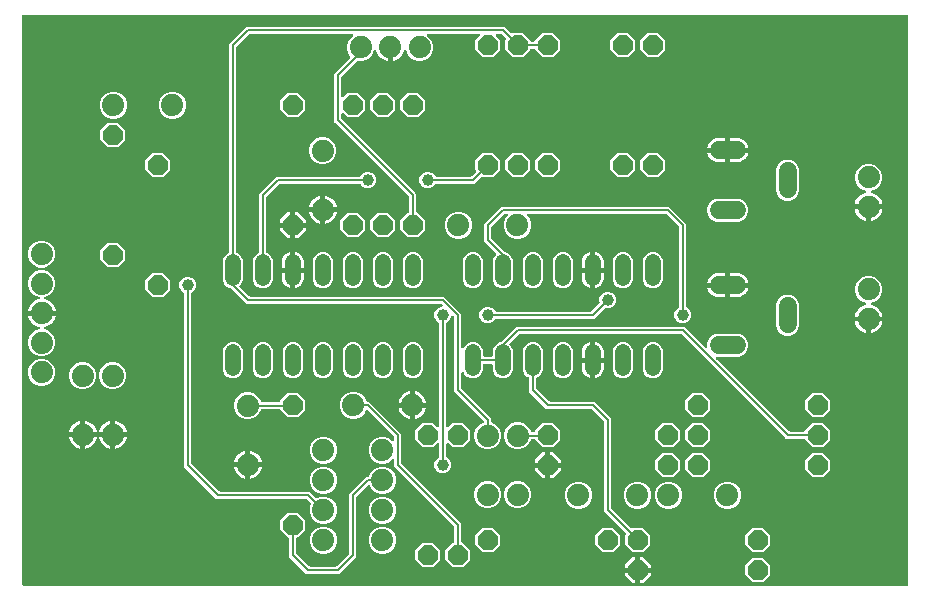
<source format=gbr>
G04 EAGLE Gerber RS-274X export*
G75*
%MOMM*%
%FSLAX34Y34*%
%LPD*%
%INTop Copper*%
%IPPOS*%
%AMOC8*
5,1,8,0,0,1.08239X$1,22.5*%
G01*
%ADD10C,1.879600*%
%ADD11C,1.320800*%
%ADD12P,1.814519X8X112.500000*%
%ADD13P,1.814519X8X292.500000*%
%ADD14C,1.524000*%
%ADD15P,1.814519X8X22.500000*%
%ADD16P,1.814519X8X202.500000*%
%ADD17C,4.016000*%
%ADD18C,0.203200*%
%ADD19C,1.006400*%

G36*
X837750Y139201D02*
X837750Y139201D01*
X837808Y139199D01*
X837890Y139221D01*
X837974Y139233D01*
X838027Y139256D01*
X838083Y139271D01*
X838156Y139314D01*
X838233Y139349D01*
X838278Y139387D01*
X838328Y139416D01*
X838386Y139478D01*
X838450Y139532D01*
X838482Y139581D01*
X838522Y139624D01*
X838561Y139699D01*
X838608Y139769D01*
X838625Y139825D01*
X838652Y139877D01*
X838663Y139945D01*
X838693Y140040D01*
X838696Y140140D01*
X838707Y140208D01*
X838707Y621792D01*
X838699Y621850D01*
X838701Y621908D01*
X838679Y621990D01*
X838667Y622074D01*
X838644Y622127D01*
X838629Y622183D01*
X838586Y622256D01*
X838551Y622333D01*
X838513Y622378D01*
X838484Y622428D01*
X838422Y622486D01*
X838368Y622550D01*
X838319Y622582D01*
X838276Y622622D01*
X838201Y622661D01*
X838131Y622708D01*
X838075Y622725D01*
X838023Y622752D01*
X837955Y622763D01*
X837860Y622793D01*
X837760Y622796D01*
X837692Y622807D01*
X89408Y622807D01*
X89350Y622799D01*
X89292Y622801D01*
X89210Y622779D01*
X89126Y622767D01*
X89073Y622744D01*
X89017Y622729D01*
X88944Y622686D01*
X88867Y622651D01*
X88822Y622613D01*
X88772Y622584D01*
X88714Y622522D01*
X88650Y622468D01*
X88618Y622419D01*
X88578Y622376D01*
X88539Y622301D01*
X88492Y622231D01*
X88475Y622175D01*
X88448Y622123D01*
X88437Y622055D01*
X88407Y621960D01*
X88404Y621860D01*
X88393Y621792D01*
X88393Y140208D01*
X88401Y140150D01*
X88399Y140092D01*
X88421Y140010D01*
X88433Y139926D01*
X88456Y139873D01*
X88471Y139817D01*
X88514Y139744D01*
X88549Y139667D01*
X88587Y139622D01*
X88616Y139572D01*
X88678Y139514D01*
X88732Y139450D01*
X88781Y139418D01*
X88824Y139378D01*
X88899Y139339D01*
X88969Y139292D01*
X89025Y139275D01*
X89077Y139248D01*
X89145Y139237D01*
X89240Y139207D01*
X89340Y139204D01*
X89408Y139193D01*
X837692Y139193D01*
X837750Y139201D01*
G37*
%LPC*%
G36*
X443095Y234235D02*
X443095Y234235D01*
X440498Y235311D01*
X438511Y237298D01*
X437435Y239895D01*
X437435Y242705D01*
X438511Y245302D01*
X440498Y247289D01*
X440825Y247424D01*
X440826Y247425D01*
X440827Y247426D01*
X440944Y247495D01*
X441069Y247569D01*
X441071Y247570D01*
X441072Y247571D01*
X441167Y247672D01*
X441265Y247776D01*
X441265Y247777D01*
X441266Y247778D01*
X441331Y247904D01*
X441395Y248028D01*
X441395Y248030D01*
X441396Y248031D01*
X441398Y248046D01*
X441450Y248307D01*
X441447Y248338D01*
X441451Y248362D01*
X441451Y259172D01*
X441447Y259201D01*
X441450Y259230D01*
X441427Y259341D01*
X441411Y259453D01*
X441399Y259480D01*
X441394Y259509D01*
X441342Y259609D01*
X441295Y259713D01*
X441276Y259735D01*
X441263Y259761D01*
X441185Y259843D01*
X441112Y259930D01*
X441087Y259946D01*
X441067Y259967D01*
X440969Y260024D01*
X440875Y260087D01*
X440847Y260096D01*
X440822Y260111D01*
X440712Y260139D01*
X440604Y260173D01*
X440574Y260174D01*
X440546Y260181D01*
X440433Y260177D01*
X440320Y260180D01*
X440291Y260173D01*
X440262Y260172D01*
X440154Y260137D01*
X440045Y260108D01*
X440019Y260093D01*
X439991Y260084D01*
X439928Y260039D01*
X439800Y259963D01*
X439757Y259917D01*
X439718Y259889D01*
X436114Y256285D01*
X427486Y256285D01*
X421385Y262386D01*
X421385Y271014D01*
X427486Y277115D01*
X436114Y277115D01*
X439718Y273511D01*
X439742Y273493D01*
X439761Y273470D01*
X439855Y273408D01*
X439945Y273340D01*
X439973Y273329D01*
X439997Y273313D01*
X440105Y273279D01*
X440211Y273238D01*
X440240Y273236D01*
X440268Y273227D01*
X440382Y273224D01*
X440494Y273215D01*
X440523Y273221D01*
X440552Y273220D01*
X440662Y273248D01*
X440773Y273271D01*
X440799Y273284D01*
X440827Y273292D01*
X440925Y273349D01*
X441025Y273402D01*
X441047Y273422D01*
X441072Y273437D01*
X441149Y273519D01*
X441231Y273597D01*
X441246Y273623D01*
X441266Y273644D01*
X441318Y273745D01*
X441375Y273843D01*
X441382Y273871D01*
X441396Y273897D01*
X441409Y273975D01*
X441445Y274118D01*
X441443Y274181D01*
X441451Y274228D01*
X441451Y361238D01*
X441451Y361239D01*
X441451Y361241D01*
X441431Y361381D01*
X441411Y361519D01*
X441411Y361521D01*
X441411Y361522D01*
X441353Y361649D01*
X441295Y361779D01*
X441294Y361780D01*
X441293Y361781D01*
X441202Y361888D01*
X441112Y361996D01*
X441110Y361996D01*
X441109Y361998D01*
X441096Y362006D01*
X440875Y362153D01*
X440846Y362162D01*
X440825Y362176D01*
X440498Y362311D01*
X438511Y364298D01*
X437435Y366895D01*
X437435Y369705D01*
X438511Y372302D01*
X440498Y374289D01*
X443095Y375365D01*
X443373Y375365D01*
X443402Y375369D01*
X443431Y375366D01*
X443542Y375389D01*
X443654Y375405D01*
X443681Y375417D01*
X443710Y375422D01*
X443810Y375475D01*
X443914Y375521D01*
X443936Y375540D01*
X443962Y375553D01*
X444044Y375631D01*
X444131Y375704D01*
X444147Y375729D01*
X444168Y375749D01*
X444225Y375847D01*
X444288Y375941D01*
X444297Y375969D01*
X444312Y375994D01*
X444340Y376104D01*
X444374Y376212D01*
X444375Y376242D01*
X444382Y376270D01*
X444378Y376383D01*
X444381Y376496D01*
X444374Y376525D01*
X444373Y376554D01*
X444338Y376662D01*
X444309Y376771D01*
X444295Y376797D01*
X444285Y376825D01*
X444240Y376889D01*
X444164Y377016D01*
X444119Y377059D01*
X444091Y377098D01*
X443535Y377654D01*
X443465Y377707D01*
X443401Y377766D01*
X443352Y377792D01*
X443307Y377825D01*
X443226Y377856D01*
X443148Y377896D01*
X443100Y377904D01*
X443042Y377926D01*
X442894Y377938D01*
X442817Y377951D01*
X278137Y377951D01*
X265735Y390354D01*
X265035Y391054D01*
X265010Y391072D01*
X264990Y391096D01*
X264923Y391138D01*
X264807Y391225D01*
X264747Y391248D01*
X264705Y391274D01*
X261808Y392474D01*
X259378Y394904D01*
X258063Y398078D01*
X258063Y414722D01*
X259378Y417896D01*
X261808Y420326D01*
X263025Y420830D01*
X263026Y420831D01*
X263027Y420831D01*
X263148Y420903D01*
X263269Y420974D01*
X263270Y420976D01*
X263272Y420976D01*
X263369Y421080D01*
X263465Y421181D01*
X263465Y421182D01*
X263466Y421184D01*
X263531Y421309D01*
X263595Y421434D01*
X263595Y421435D01*
X263596Y421437D01*
X263598Y421452D01*
X263650Y421713D01*
X263647Y421743D01*
X263651Y421768D01*
X263651Y598163D01*
X278137Y612649D01*
X496563Y612649D01*
X498646Y610566D01*
X498646Y610565D01*
X502074Y607138D01*
X502120Y607103D01*
X502161Y607060D01*
X502233Y607018D01*
X502301Y606967D01*
X502355Y606946D01*
X502406Y606917D01*
X502488Y606896D01*
X502566Y606866D01*
X502625Y606861D01*
X502681Y606847D01*
X502766Y606849D01*
X502850Y606842D01*
X502907Y606854D01*
X502966Y606856D01*
X503046Y606882D01*
X503128Y606898D01*
X503180Y606925D01*
X503236Y606943D01*
X503292Y606983D01*
X503381Y607029D01*
X503453Y607098D01*
X503509Y607138D01*
X503686Y607315D01*
X512314Y607315D01*
X518415Y601214D01*
X518415Y600964D01*
X518423Y600906D01*
X518421Y600848D01*
X518443Y600766D01*
X518455Y600682D01*
X518478Y600629D01*
X518493Y600573D01*
X518536Y600500D01*
X518571Y600423D01*
X518609Y600378D01*
X518638Y600328D01*
X518700Y600270D01*
X518754Y600206D01*
X518803Y600174D01*
X518846Y600134D01*
X518921Y600095D01*
X518991Y600048D01*
X519047Y600031D01*
X519099Y600004D01*
X519167Y599993D01*
X519262Y599963D01*
X519362Y599960D01*
X519430Y599949D01*
X521970Y599949D01*
X522028Y599957D01*
X522086Y599955D01*
X522168Y599977D01*
X522252Y599989D01*
X522305Y600012D01*
X522361Y600027D01*
X522434Y600070D01*
X522511Y600105D01*
X522556Y600143D01*
X522606Y600172D01*
X522664Y600234D01*
X522728Y600288D01*
X522760Y600337D01*
X522800Y600380D01*
X522839Y600455D01*
X522886Y600525D01*
X522903Y600581D01*
X522930Y600633D01*
X522941Y600701D01*
X522971Y600796D01*
X522974Y600896D01*
X522985Y600964D01*
X522985Y601214D01*
X529086Y607315D01*
X537714Y607315D01*
X543815Y601214D01*
X543815Y592586D01*
X537714Y586485D01*
X529086Y586485D01*
X522985Y592586D01*
X522985Y592836D01*
X522977Y592894D01*
X522979Y592952D01*
X522957Y593034D01*
X522945Y593118D01*
X522922Y593171D01*
X522907Y593227D01*
X522864Y593300D01*
X522829Y593377D01*
X522791Y593422D01*
X522762Y593472D01*
X522700Y593530D01*
X522646Y593594D01*
X522597Y593626D01*
X522554Y593666D01*
X522479Y593705D01*
X522409Y593752D01*
X522353Y593769D01*
X522301Y593796D01*
X522233Y593807D01*
X522138Y593837D01*
X522038Y593840D01*
X521970Y593851D01*
X519430Y593851D01*
X519372Y593843D01*
X519314Y593845D01*
X519232Y593823D01*
X519148Y593811D01*
X519095Y593788D01*
X519039Y593773D01*
X518966Y593730D01*
X518889Y593695D01*
X518844Y593657D01*
X518794Y593628D01*
X518736Y593566D01*
X518672Y593512D01*
X518640Y593463D01*
X518600Y593420D01*
X518561Y593345D01*
X518514Y593275D01*
X518497Y593219D01*
X518470Y593167D01*
X518459Y593099D01*
X518429Y593004D01*
X518426Y592904D01*
X518415Y592836D01*
X518415Y592586D01*
X512314Y586485D01*
X503686Y586485D01*
X497585Y592586D01*
X497585Y601214D01*
X497762Y601391D01*
X497797Y601437D01*
X497840Y601478D01*
X497882Y601550D01*
X497933Y601618D01*
X497954Y601673D01*
X497983Y601723D01*
X498004Y601805D01*
X498034Y601883D01*
X498039Y601942D01*
X498053Y601998D01*
X498051Y602083D01*
X498058Y602167D01*
X498046Y602224D01*
X498044Y602283D01*
X498018Y602363D01*
X498002Y602446D01*
X497975Y602497D01*
X497957Y602553D01*
X497917Y602609D01*
X497871Y602698D01*
X497809Y602763D01*
X497797Y602783D01*
X497785Y602794D01*
X497762Y602826D01*
X494335Y606254D01*
X494265Y606306D01*
X494201Y606366D01*
X494151Y606392D01*
X494107Y606425D01*
X494026Y606456D01*
X493948Y606496D01*
X493900Y606504D01*
X493842Y606526D01*
X493694Y606538D01*
X493617Y606551D01*
X490128Y606551D01*
X490099Y606547D01*
X490070Y606550D01*
X489959Y606527D01*
X489847Y606511D01*
X489820Y606499D01*
X489791Y606494D01*
X489691Y606442D01*
X489587Y606395D01*
X489565Y606376D01*
X489539Y606363D01*
X489457Y606285D01*
X489370Y606212D01*
X489354Y606187D01*
X489333Y606167D01*
X489276Y606069D01*
X489213Y605975D01*
X489204Y605947D01*
X489189Y605922D01*
X489161Y605812D01*
X489127Y605704D01*
X489126Y605674D01*
X489119Y605646D01*
X489123Y605533D01*
X489120Y605420D01*
X489127Y605391D01*
X489128Y605362D01*
X489163Y605254D01*
X489192Y605145D01*
X489207Y605119D01*
X489216Y605091D01*
X489261Y605028D01*
X489337Y604900D01*
X489383Y604857D01*
X489411Y604818D01*
X493015Y601214D01*
X493015Y592586D01*
X486914Y586485D01*
X478286Y586485D01*
X472185Y592586D01*
X472185Y601214D01*
X475789Y604818D01*
X475807Y604842D01*
X475830Y604861D01*
X475892Y604955D01*
X475960Y605045D01*
X475971Y605073D01*
X475987Y605097D01*
X476021Y605205D01*
X476062Y605311D01*
X476064Y605340D01*
X476073Y605368D01*
X476076Y605482D01*
X476085Y605594D01*
X476079Y605623D01*
X476080Y605652D01*
X476052Y605762D01*
X476029Y605873D01*
X476016Y605899D01*
X476008Y605927D01*
X475951Y606025D01*
X475898Y606125D01*
X475878Y606147D01*
X475863Y606172D01*
X475781Y606249D01*
X475703Y606331D01*
X475677Y606346D01*
X475656Y606366D01*
X475555Y606418D01*
X475457Y606475D01*
X475429Y606482D01*
X475403Y606496D01*
X475325Y606509D01*
X475182Y606545D01*
X475119Y606543D01*
X475072Y606551D01*
X432065Y606551D01*
X432036Y606547D01*
X432007Y606550D01*
X431896Y606527D01*
X431784Y606511D01*
X431757Y606499D01*
X431728Y606494D01*
X431628Y606442D01*
X431524Y606395D01*
X431502Y606376D01*
X431476Y606363D01*
X431394Y606285D01*
X431307Y606212D01*
X431291Y606187D01*
X431270Y606167D01*
X431213Y606069D01*
X431150Y605975D01*
X431141Y605947D01*
X431126Y605922D01*
X431098Y605812D01*
X431064Y605704D01*
X431063Y605674D01*
X431056Y605646D01*
X431060Y605533D01*
X431057Y605420D01*
X431064Y605391D01*
X431065Y605362D01*
X431100Y605254D01*
X431128Y605145D01*
X431143Y605119D01*
X431152Y605091D01*
X431198Y605028D01*
X431274Y604900D01*
X431319Y604857D01*
X431347Y604818D01*
X434691Y601475D01*
X436431Y597274D01*
X436431Y592726D01*
X434690Y588525D01*
X431475Y585310D01*
X427274Y583569D01*
X422726Y583569D01*
X418525Y585310D01*
X415310Y588525D01*
X413614Y592617D01*
X413611Y592623D01*
X413610Y592628D01*
X413539Y592745D01*
X413470Y592862D01*
X413465Y592866D01*
X413462Y592872D01*
X413362Y592964D01*
X413263Y593057D01*
X413258Y593060D01*
X413253Y593064D01*
X413132Y593125D01*
X413011Y593187D01*
X413004Y593189D01*
X412999Y593191D01*
X412865Y593216D01*
X412732Y593242D01*
X412725Y593242D01*
X412719Y593243D01*
X412583Y593230D01*
X412448Y593218D01*
X412443Y593216D01*
X412436Y593215D01*
X412310Y593165D01*
X412183Y593116D01*
X412178Y593112D01*
X412172Y593110D01*
X412064Y593026D01*
X411956Y592944D01*
X411953Y592939D01*
X411948Y592936D01*
X411867Y592825D01*
X411786Y592717D01*
X411784Y592711D01*
X411780Y592706D01*
X411766Y592664D01*
X411686Y592451D01*
X411683Y592415D01*
X411674Y592387D01*
X411645Y592204D01*
X411064Y590417D01*
X410211Y588743D01*
X409106Y587222D01*
X407778Y585894D01*
X406257Y584789D01*
X404583Y583936D01*
X402796Y583355D01*
X402031Y583234D01*
X402031Y593984D01*
X402023Y594042D01*
X402025Y594100D01*
X402003Y594182D01*
X401991Y594265D01*
X401967Y594319D01*
X401953Y594375D01*
X401910Y594448D01*
X401875Y594525D01*
X401837Y594569D01*
X401807Y594620D01*
X401746Y594677D01*
X401691Y594742D01*
X401643Y594774D01*
X401600Y594814D01*
X401525Y594853D01*
X401455Y594899D01*
X401399Y594917D01*
X401347Y594944D01*
X401279Y594955D01*
X401184Y594985D01*
X401084Y594988D01*
X401016Y594999D01*
X398984Y594999D01*
X398926Y594991D01*
X398868Y594992D01*
X398786Y594971D01*
X398703Y594959D01*
X398649Y594935D01*
X398593Y594921D01*
X398520Y594878D01*
X398443Y594843D01*
X398398Y594805D01*
X398348Y594775D01*
X398290Y594714D01*
X398226Y594659D01*
X398194Y594611D01*
X398154Y594568D01*
X398115Y594493D01*
X398069Y594423D01*
X398051Y594367D01*
X398024Y594315D01*
X398013Y594247D01*
X397983Y594152D01*
X397980Y594052D01*
X397969Y593984D01*
X397969Y583234D01*
X397204Y583355D01*
X395417Y583936D01*
X393743Y584789D01*
X392222Y585894D01*
X390894Y587222D01*
X389789Y588743D01*
X388936Y590417D01*
X388355Y592204D01*
X388326Y592387D01*
X388324Y592393D01*
X388324Y592400D01*
X388283Y592529D01*
X388243Y592659D01*
X388239Y592664D01*
X388238Y592670D01*
X388162Y592783D01*
X388087Y592897D01*
X388083Y592901D01*
X388079Y592906D01*
X387975Y592994D01*
X387872Y593083D01*
X387867Y593085D01*
X387862Y593089D01*
X387737Y593145D01*
X387614Y593201D01*
X387608Y593202D01*
X387602Y593205D01*
X387468Y593223D01*
X387333Y593244D01*
X387326Y593243D01*
X387320Y593244D01*
X387186Y593224D01*
X387051Y593207D01*
X387045Y593204D01*
X387039Y593203D01*
X386915Y593147D01*
X386790Y593093D01*
X386786Y593089D01*
X386780Y593086D01*
X386676Y592998D01*
X386572Y592911D01*
X386568Y592906D01*
X386563Y592902D01*
X386540Y592865D01*
X386412Y592676D01*
X386401Y592642D01*
X386386Y592617D01*
X384690Y588525D01*
X381475Y585310D01*
X377274Y583569D01*
X372666Y583569D01*
X372551Y583599D01*
X372549Y583599D01*
X372547Y583599D01*
X372411Y583595D01*
X372266Y583591D01*
X372265Y583590D01*
X372263Y583590D01*
X372134Y583548D01*
X371996Y583504D01*
X371994Y583503D01*
X371993Y583503D01*
X371981Y583494D01*
X371760Y583346D01*
X371740Y583322D01*
X371719Y583308D01*
X358946Y570535D01*
X358894Y570465D01*
X358834Y570401D01*
X358808Y570351D01*
X358775Y570307D01*
X358744Y570226D01*
X358704Y570148D01*
X358696Y570100D01*
X358674Y570042D01*
X358662Y569894D01*
X358649Y569817D01*
X358649Y553628D01*
X358653Y553599D01*
X358650Y553570D01*
X358673Y553459D01*
X358689Y553347D01*
X358701Y553320D01*
X358706Y553291D01*
X358758Y553191D01*
X358805Y553087D01*
X358824Y553065D01*
X358837Y553039D01*
X358915Y552957D01*
X358988Y552870D01*
X359013Y552854D01*
X359033Y552833D01*
X359131Y552776D01*
X359225Y552713D01*
X359253Y552704D01*
X359278Y552689D01*
X359388Y552661D01*
X359496Y552627D01*
X359526Y552626D01*
X359554Y552619D01*
X359667Y552623D01*
X359780Y552620D01*
X359809Y552627D01*
X359838Y552628D01*
X359946Y552663D01*
X360055Y552692D01*
X360081Y552707D01*
X360109Y552716D01*
X360172Y552761D01*
X360300Y552837D01*
X360343Y552883D01*
X360382Y552911D01*
X363986Y556515D01*
X372614Y556515D01*
X378715Y550414D01*
X378715Y541786D01*
X372614Y535685D01*
X363986Y535685D01*
X360382Y539289D01*
X360358Y539307D01*
X360339Y539330D01*
X360245Y539392D01*
X360155Y539460D01*
X360127Y539471D01*
X360103Y539487D01*
X359995Y539521D01*
X359889Y539562D01*
X359860Y539564D01*
X359832Y539573D01*
X359718Y539576D01*
X359606Y539585D01*
X359577Y539579D01*
X359548Y539580D01*
X359438Y539552D01*
X359327Y539529D01*
X359301Y539516D01*
X359273Y539508D01*
X359175Y539451D01*
X359075Y539398D01*
X359053Y539378D01*
X359028Y539363D01*
X358951Y539281D01*
X358869Y539203D01*
X358854Y539177D01*
X358834Y539156D01*
X358782Y539055D01*
X358725Y538957D01*
X358718Y538929D01*
X358704Y538903D01*
X358691Y538825D01*
X358655Y538682D01*
X358657Y538619D01*
X358649Y538572D01*
X358649Y535083D01*
X358656Y535034D01*
X358655Y535024D01*
X358659Y535009D01*
X358661Y534997D01*
X358664Y534909D01*
X358681Y534857D01*
X358689Y534802D01*
X358724Y534722D01*
X358751Y534639D01*
X358779Y534600D01*
X358805Y534542D01*
X358901Y534429D01*
X358946Y534365D01*
X422149Y471163D01*
X422149Y455930D01*
X422156Y455875D01*
X422155Y455834D01*
X422156Y455833D01*
X422155Y455814D01*
X422177Y455732D01*
X422189Y455648D01*
X422212Y455595D01*
X422227Y455539D01*
X422270Y455466D01*
X422305Y455389D01*
X422343Y455344D01*
X422372Y455294D01*
X422434Y455236D01*
X422488Y455172D01*
X422537Y455140D01*
X422580Y455100D01*
X422655Y455061D01*
X422725Y455014D01*
X422781Y454997D01*
X422833Y454970D01*
X422901Y454959D01*
X422996Y454929D01*
X423096Y454926D01*
X423164Y454915D01*
X423414Y454915D01*
X429515Y448814D01*
X429515Y440186D01*
X423414Y434085D01*
X414786Y434085D01*
X408685Y440186D01*
X408685Y448814D01*
X414786Y454915D01*
X415036Y454915D01*
X415094Y454923D01*
X415152Y454921D01*
X415234Y454943D01*
X415318Y454955D01*
X415371Y454978D01*
X415427Y454993D01*
X415500Y455036D01*
X415577Y455071D01*
X415622Y455109D01*
X415672Y455138D01*
X415730Y455200D01*
X415794Y455254D01*
X415826Y455303D01*
X415866Y455346D01*
X415905Y455421D01*
X415952Y455491D01*
X415969Y455547D01*
X415996Y455599D01*
X416007Y455667D01*
X416037Y455762D01*
X416040Y455862D01*
X416051Y455930D01*
X416051Y468217D01*
X416039Y468303D01*
X416036Y468391D01*
X416019Y468443D01*
X416011Y468498D01*
X415976Y468578D01*
X415949Y468661D01*
X415921Y468700D01*
X415895Y468758D01*
X415799Y468871D01*
X415754Y468935D01*
X352551Y532137D01*
X352551Y572763D01*
X354634Y574846D01*
X354635Y574846D01*
X366094Y586305D01*
X366129Y586352D01*
X366171Y586392D01*
X366214Y586465D01*
X366264Y586532D01*
X366285Y586587D01*
X366315Y586637D01*
X366336Y586719D01*
X366366Y586798D01*
X366371Y586856D01*
X366385Y586913D01*
X366382Y586997D01*
X366389Y587081D01*
X366378Y587139D01*
X366376Y587197D01*
X366350Y587277D01*
X366333Y587360D01*
X366306Y587412D01*
X366288Y587468D01*
X366248Y587524D01*
X366202Y587612D01*
X366134Y587685D01*
X366094Y587741D01*
X365310Y588525D01*
X363569Y592726D01*
X363569Y597274D01*
X365309Y601475D01*
X368653Y604818D01*
X368670Y604842D01*
X368693Y604861D01*
X368755Y604955D01*
X368824Y605045D01*
X368834Y605073D01*
X368850Y605097D01*
X368884Y605205D01*
X368925Y605311D01*
X368927Y605340D01*
X368936Y605368D01*
X368939Y605482D01*
X368948Y605594D01*
X368943Y605623D01*
X368943Y605652D01*
X368915Y605762D01*
X368892Y605873D01*
X368879Y605899D01*
X368872Y605927D01*
X368814Y606025D01*
X368761Y606125D01*
X368741Y606147D01*
X368726Y606172D01*
X368644Y606249D01*
X368566Y606331D01*
X368540Y606346D01*
X368519Y606366D01*
X368418Y606418D01*
X368320Y606475D01*
X368292Y606482D01*
X368266Y606496D01*
X368188Y606509D01*
X368045Y606545D01*
X367982Y606543D01*
X367935Y606551D01*
X281083Y606551D01*
X280997Y606539D01*
X280909Y606536D01*
X280857Y606519D01*
X280802Y606511D01*
X280722Y606476D01*
X280639Y606449D01*
X280600Y606421D01*
X280542Y606395D01*
X280429Y606299D01*
X280365Y606254D01*
X270046Y595935D01*
X269994Y595865D01*
X269934Y595801D01*
X269908Y595751D01*
X269875Y595707D01*
X269844Y595626D01*
X269804Y595548D01*
X269796Y595500D01*
X269774Y595442D01*
X269762Y595294D01*
X269749Y595217D01*
X269749Y421768D01*
X269749Y421766D01*
X269749Y421765D01*
X269769Y421625D01*
X269789Y421486D01*
X269789Y421485D01*
X269789Y421483D01*
X269848Y421353D01*
X269905Y421227D01*
X269906Y421226D01*
X269907Y421224D01*
X269998Y421117D01*
X270088Y421010D01*
X270090Y421009D01*
X270091Y421008D01*
X270104Y421000D01*
X270325Y420852D01*
X270354Y420843D01*
X270375Y420830D01*
X271592Y420326D01*
X274022Y417896D01*
X275337Y414722D01*
X275337Y398078D01*
X274022Y394904D01*
X272633Y393515D01*
X272598Y393468D01*
X272555Y393428D01*
X272513Y393355D01*
X272462Y393287D01*
X272441Y393233D01*
X272411Y393182D01*
X272391Y393101D01*
X272361Y393022D01*
X272356Y392963D01*
X272341Y392907D01*
X272344Y392823D01*
X272337Y392738D01*
X272349Y392681D01*
X272350Y392623D01*
X272376Y392542D01*
X272393Y392460D01*
X272420Y392408D01*
X272438Y392352D01*
X272478Y392296D01*
X272524Y392207D01*
X272593Y392135D01*
X272633Y392079D01*
X280365Y384346D01*
X280435Y384294D01*
X280499Y384234D01*
X280549Y384208D01*
X280593Y384175D01*
X280674Y384144D01*
X280752Y384104D01*
X280800Y384096D01*
X280858Y384074D01*
X281006Y384062D01*
X281083Y384049D01*
X445763Y384049D01*
X460249Y369563D01*
X460249Y341177D01*
X460256Y341127D01*
X460255Y341111D01*
X460261Y341091D01*
X460263Y341006D01*
X460281Y340951D01*
X460289Y340895D01*
X460324Y340817D01*
X460350Y340735D01*
X460382Y340688D01*
X460405Y340636D01*
X460460Y340570D01*
X460508Y340499D01*
X460552Y340462D01*
X460588Y340419D01*
X460660Y340371D01*
X460726Y340316D01*
X460778Y340293D01*
X460825Y340261D01*
X460907Y340235D01*
X460986Y340200D01*
X461042Y340193D01*
X461096Y340175D01*
X461182Y340173D01*
X461267Y340161D01*
X461323Y340170D01*
X461380Y340168D01*
X461463Y340190D01*
X461549Y340202D01*
X461600Y340226D01*
X461655Y340240D01*
X461729Y340284D01*
X461808Y340319D01*
X461851Y340356D01*
X461900Y340385D01*
X461959Y340448D01*
X462024Y340503D01*
X462050Y340545D01*
X462094Y340592D01*
X462160Y340722D01*
X462202Y340788D01*
X462578Y341696D01*
X465008Y344126D01*
X468182Y345441D01*
X471618Y345441D01*
X474792Y344126D01*
X477222Y341696D01*
X478537Y338522D01*
X478537Y334264D01*
X478545Y334206D01*
X478543Y334148D01*
X478565Y334066D01*
X478577Y333982D01*
X478600Y333929D01*
X478615Y333873D01*
X478658Y333800D01*
X478693Y333723D01*
X478731Y333678D01*
X478760Y333628D01*
X478822Y333570D01*
X478876Y333506D01*
X478925Y333474D01*
X478968Y333434D01*
X479043Y333395D01*
X479113Y333348D01*
X479169Y333331D01*
X479221Y333304D01*
X479289Y333293D01*
X479384Y333263D01*
X479484Y333260D01*
X479552Y333249D01*
X485648Y333249D01*
X485706Y333257D01*
X485764Y333255D01*
X485846Y333277D01*
X485930Y333289D01*
X485983Y333312D01*
X486039Y333327D01*
X486112Y333370D01*
X486189Y333405D01*
X486234Y333443D01*
X486284Y333472D01*
X486342Y333534D01*
X486406Y333588D01*
X486438Y333637D01*
X486478Y333680D01*
X486517Y333755D01*
X486564Y333825D01*
X486581Y333881D01*
X486608Y333933D01*
X486619Y334001D01*
X486649Y334096D01*
X486652Y334196D01*
X486663Y334264D01*
X486663Y338522D01*
X487978Y341696D01*
X490408Y344126D01*
X493305Y345326D01*
X493332Y345342D01*
X493361Y345351D01*
X493425Y345397D01*
X493550Y345471D01*
X493594Y345517D01*
X493635Y345546D01*
X494335Y346246D01*
X506737Y358649D01*
X648963Y358649D01*
X651046Y356566D01*
X651046Y356565D01*
X666794Y340817D01*
X666818Y340800D01*
X666837Y340777D01*
X666931Y340715D01*
X667021Y340647D01*
X667049Y340636D01*
X667073Y340620D01*
X667181Y340586D01*
X667287Y340545D01*
X667316Y340543D01*
X667344Y340534D01*
X667458Y340531D01*
X667570Y340522D01*
X667599Y340527D01*
X667628Y340527D01*
X667738Y340555D01*
X667849Y340578D01*
X667875Y340591D01*
X667903Y340599D01*
X668001Y340656D01*
X668101Y340709D01*
X668123Y340729D01*
X668148Y340744D01*
X668225Y340826D01*
X668307Y340904D01*
X668322Y340930D01*
X668342Y340951D01*
X668394Y341052D01*
X668451Y341150D01*
X668458Y341178D01*
X668472Y341204D01*
X668485Y341281D01*
X668521Y341425D01*
X668519Y341488D01*
X668527Y341535D01*
X668527Y344820D01*
X669997Y348368D01*
X672712Y351083D01*
X676260Y352553D01*
X695340Y352553D01*
X698888Y351083D01*
X701603Y348368D01*
X703073Y344820D01*
X703073Y340980D01*
X701603Y337432D01*
X698888Y334717D01*
X695340Y333247D01*
X676815Y333247D01*
X676786Y333243D01*
X676757Y333246D01*
X676646Y333223D01*
X676534Y333207D01*
X676507Y333195D01*
X676478Y333190D01*
X676378Y333138D01*
X676274Y333091D01*
X676252Y333072D01*
X676226Y333059D01*
X676144Y332981D01*
X676057Y332908D01*
X676041Y332883D01*
X676020Y332863D01*
X675963Y332765D01*
X675900Y332671D01*
X675891Y332643D01*
X675876Y332618D01*
X675848Y332508D01*
X675814Y332400D01*
X675813Y332370D01*
X675806Y332342D01*
X675810Y332229D01*
X675807Y332116D01*
X675814Y332087D01*
X675815Y332058D01*
X675850Y331950D01*
X675879Y331841D01*
X675894Y331815D01*
X675903Y331787D01*
X675948Y331724D01*
X676024Y331596D01*
X676069Y331553D01*
X676097Y331514D01*
X737565Y270046D01*
X737635Y269994D01*
X737699Y269934D01*
X737749Y269908D01*
X737793Y269875D01*
X737874Y269844D01*
X737952Y269804D01*
X738000Y269796D01*
X738058Y269774D01*
X738206Y269762D01*
X738283Y269749D01*
X750570Y269749D01*
X750628Y269757D01*
X750686Y269755D01*
X750768Y269777D01*
X750852Y269789D01*
X750905Y269812D01*
X750961Y269827D01*
X751034Y269870D01*
X751111Y269905D01*
X751156Y269943D01*
X751206Y269972D01*
X751264Y270034D01*
X751328Y270088D01*
X751360Y270137D01*
X751400Y270180D01*
X751439Y270255D01*
X751486Y270325D01*
X751503Y270381D01*
X751530Y270433D01*
X751541Y270501D01*
X751571Y270596D01*
X751574Y270696D01*
X751585Y270764D01*
X751585Y271014D01*
X757686Y277115D01*
X766314Y277115D01*
X772415Y271014D01*
X772415Y262386D01*
X766314Y256285D01*
X757686Y256285D01*
X751585Y262386D01*
X751585Y262636D01*
X751577Y262694D01*
X751579Y262752D01*
X751557Y262834D01*
X751545Y262918D01*
X751522Y262971D01*
X751507Y263027D01*
X751464Y263100D01*
X751429Y263177D01*
X751391Y263222D01*
X751362Y263272D01*
X751300Y263330D01*
X751246Y263394D01*
X751197Y263426D01*
X751154Y263466D01*
X751079Y263505D01*
X751009Y263552D01*
X750953Y263569D01*
X750901Y263596D01*
X750833Y263607D01*
X750738Y263637D01*
X750638Y263640D01*
X750570Y263651D01*
X735337Y263651D01*
X646735Y352254D01*
X646665Y352306D01*
X646601Y352366D01*
X646551Y352392D01*
X646507Y352425D01*
X646426Y352456D01*
X646348Y352496D01*
X646300Y352504D01*
X646242Y352526D01*
X646094Y352538D01*
X646017Y352551D01*
X509683Y352551D01*
X509597Y352539D01*
X509509Y352536D01*
X509457Y352519D01*
X509402Y352511D01*
X509322Y352476D01*
X509239Y352449D01*
X509200Y352421D01*
X509142Y352395D01*
X509029Y352299D01*
X508965Y352254D01*
X501233Y344521D01*
X501198Y344475D01*
X501155Y344434D01*
X501113Y344361D01*
X501062Y344294D01*
X501041Y344239D01*
X501011Y344189D01*
X500991Y344107D01*
X500961Y344028D01*
X500956Y343970D01*
X500941Y343913D01*
X500944Y343829D01*
X500937Y343745D01*
X500949Y343688D01*
X500950Y343629D01*
X500976Y343549D01*
X500993Y343466D01*
X501020Y343414D01*
X501038Y343359D01*
X501078Y343303D01*
X501124Y343214D01*
X501193Y343142D01*
X501233Y343085D01*
X502622Y341696D01*
X503937Y338522D01*
X503937Y321878D01*
X502622Y318704D01*
X500192Y316274D01*
X497018Y314959D01*
X493582Y314959D01*
X490408Y316274D01*
X487978Y318704D01*
X486663Y321878D01*
X486663Y326136D01*
X486655Y326194D01*
X486657Y326252D01*
X486635Y326334D01*
X486623Y326418D01*
X486600Y326471D01*
X486585Y326527D01*
X486542Y326600D01*
X486507Y326677D01*
X486469Y326722D01*
X486440Y326772D01*
X486378Y326830D01*
X486324Y326894D01*
X486275Y326926D01*
X486232Y326966D01*
X486157Y327005D01*
X486087Y327052D01*
X486031Y327069D01*
X485979Y327096D01*
X485911Y327107D01*
X485816Y327137D01*
X485716Y327140D01*
X485648Y327151D01*
X479552Y327151D01*
X479494Y327143D01*
X479436Y327145D01*
X479354Y327123D01*
X479270Y327111D01*
X479217Y327088D01*
X479161Y327073D01*
X479088Y327030D01*
X479011Y326995D01*
X478966Y326957D01*
X478916Y326928D01*
X478858Y326866D01*
X478794Y326812D01*
X478762Y326763D01*
X478722Y326720D01*
X478683Y326645D01*
X478636Y326575D01*
X478619Y326519D01*
X478592Y326467D01*
X478581Y326399D01*
X478551Y326304D01*
X478548Y326204D01*
X478537Y326136D01*
X478537Y321878D01*
X477222Y318704D01*
X474792Y316274D01*
X471618Y314959D01*
X468182Y314959D01*
X465008Y316274D01*
X462578Y318704D01*
X462202Y319612D01*
X462158Y319686D01*
X462123Y319764D01*
X462086Y319808D01*
X462057Y319857D01*
X461995Y319916D01*
X461939Y319981D01*
X461892Y320013D01*
X461851Y320052D01*
X461774Y320091D01*
X461703Y320139D01*
X461649Y320156D01*
X461598Y320182D01*
X461514Y320199D01*
X461432Y320225D01*
X461375Y320226D01*
X461319Y320237D01*
X461234Y320230D01*
X461148Y320232D01*
X461093Y320218D01*
X461036Y320213D01*
X460955Y320182D01*
X460873Y320160D01*
X460824Y320131D01*
X460771Y320111D01*
X460702Y320059D01*
X460628Y320015D01*
X460589Y319973D01*
X460544Y319939D01*
X460492Y319870D01*
X460434Y319808D01*
X460408Y319757D01*
X460374Y319711D01*
X460343Y319631D01*
X460304Y319554D01*
X460296Y319506D01*
X460273Y319445D01*
X460262Y319301D01*
X460249Y319223D01*
X460249Y306483D01*
X460261Y306397D01*
X460264Y306309D01*
X460281Y306257D01*
X460289Y306202D01*
X460324Y306122D01*
X460351Y306039D01*
X460379Y306000D01*
X460405Y305942D01*
X460501Y305829D01*
X460546Y305765D01*
X485649Y280663D01*
X485649Y278088D01*
X485649Y278087D01*
X485649Y278085D01*
X485669Y277942D01*
X485689Y277807D01*
X485689Y277805D01*
X485689Y277804D01*
X485746Y277678D01*
X485805Y277547D01*
X485806Y277546D01*
X485807Y277545D01*
X485898Y277437D01*
X485988Y277330D01*
X485990Y277329D01*
X485991Y277328D01*
X486004Y277320D01*
X486225Y277173D01*
X486254Y277163D01*
X486275Y277150D01*
X489075Y275990D01*
X492290Y272775D01*
X494031Y268574D01*
X494031Y264026D01*
X492290Y259825D01*
X489075Y256610D01*
X484874Y254869D01*
X480326Y254869D01*
X476125Y256610D01*
X472910Y259825D01*
X471169Y264026D01*
X471169Y268574D01*
X472910Y272775D01*
X476125Y275990D01*
X478662Y277041D01*
X478761Y277100D01*
X478863Y277153D01*
X478883Y277172D01*
X478907Y277186D01*
X478986Y277269D01*
X479069Y277348D01*
X479083Y277372D01*
X479102Y277393D01*
X479155Y277495D01*
X479213Y277594D01*
X479219Y277621D01*
X479232Y277645D01*
X479254Y277758D01*
X479283Y277869D01*
X479282Y277897D01*
X479287Y277924D01*
X479277Y278039D01*
X479274Y278153D01*
X479265Y278180D01*
X479263Y278207D01*
X479221Y278315D01*
X479186Y278424D01*
X479172Y278444D01*
X479161Y278473D01*
X479000Y278685D01*
X478991Y278697D01*
X456235Y301454D01*
X456234Y301454D01*
X454151Y303537D01*
X454151Y366617D01*
X454143Y366673D01*
X454145Y366725D01*
X454137Y366752D01*
X454136Y366791D01*
X454119Y366843D01*
X454111Y366898D01*
X454083Y366963D01*
X454073Y367000D01*
X454063Y367016D01*
X454049Y367061D01*
X454021Y367100D01*
X453995Y367158D01*
X453942Y367221D01*
X453928Y367245D01*
X453899Y367271D01*
X453854Y367335D01*
X453298Y367891D01*
X453274Y367908D01*
X453255Y367931D01*
X453161Y367993D01*
X453071Y368061D01*
X453043Y368072D01*
X453019Y368088D01*
X452911Y368122D01*
X452805Y368163D01*
X452776Y368165D01*
X452748Y368174D01*
X452634Y368177D01*
X452522Y368186D01*
X452493Y368181D01*
X452464Y368181D01*
X452354Y368153D01*
X452243Y368130D01*
X452217Y368117D01*
X452189Y368109D01*
X452091Y368052D01*
X451991Y367999D01*
X451969Y367979D01*
X451944Y367964D01*
X451867Y367882D01*
X451785Y367804D01*
X451770Y367778D01*
X451750Y367757D01*
X451698Y367656D01*
X451641Y367558D01*
X451634Y367530D01*
X451620Y367504D01*
X451607Y367426D01*
X451571Y367283D01*
X451573Y367220D01*
X451565Y367173D01*
X451565Y366895D01*
X450489Y364298D01*
X448502Y362311D01*
X448175Y362176D01*
X448174Y362175D01*
X448173Y362174D01*
X448056Y362105D01*
X447931Y362031D01*
X447929Y362030D01*
X447928Y362029D01*
X447833Y361928D01*
X447735Y361824D01*
X447735Y361823D01*
X447734Y361822D01*
X447669Y361696D01*
X447605Y361572D01*
X447605Y361570D01*
X447604Y361569D01*
X447602Y361554D01*
X447550Y361293D01*
X447553Y361262D01*
X447549Y361238D01*
X447549Y274228D01*
X447553Y274199D01*
X447550Y274170D01*
X447573Y274059D01*
X447589Y273947D01*
X447601Y273920D01*
X447606Y273891D01*
X447658Y273791D01*
X447705Y273687D01*
X447724Y273665D01*
X447737Y273639D01*
X447815Y273557D01*
X447888Y273470D01*
X447913Y273454D01*
X447933Y273433D01*
X448031Y273376D01*
X448125Y273313D01*
X448153Y273304D01*
X448178Y273289D01*
X448288Y273261D01*
X448396Y273227D01*
X448426Y273226D01*
X448454Y273219D01*
X448567Y273223D01*
X448680Y273220D01*
X448709Y273227D01*
X448738Y273228D01*
X448846Y273263D01*
X448955Y273292D01*
X448981Y273307D01*
X449009Y273316D01*
X449072Y273361D01*
X449200Y273437D01*
X449243Y273483D01*
X449282Y273511D01*
X452886Y277115D01*
X461514Y277115D01*
X467615Y271014D01*
X467615Y262386D01*
X461514Y256285D01*
X452886Y256285D01*
X449282Y259889D01*
X449258Y259907D01*
X449239Y259930D01*
X449145Y259992D01*
X449055Y260060D01*
X449027Y260071D01*
X449003Y260087D01*
X448895Y260121D01*
X448789Y260162D01*
X448760Y260164D01*
X448732Y260173D01*
X448618Y260176D01*
X448506Y260185D01*
X448477Y260179D01*
X448448Y260180D01*
X448338Y260152D01*
X448227Y260129D01*
X448201Y260116D01*
X448173Y260108D01*
X448075Y260051D01*
X447975Y259998D01*
X447953Y259978D01*
X447928Y259963D01*
X447851Y259881D01*
X447769Y259803D01*
X447754Y259777D01*
X447734Y259756D01*
X447682Y259655D01*
X447625Y259557D01*
X447618Y259529D01*
X447604Y259503D01*
X447591Y259425D01*
X447555Y259282D01*
X447557Y259219D01*
X447549Y259172D01*
X447549Y248362D01*
X447549Y248361D01*
X447549Y248359D01*
X447569Y248216D01*
X447589Y248081D01*
X447589Y248079D01*
X447589Y248078D01*
X447647Y247950D01*
X447705Y247821D01*
X447706Y247820D01*
X447707Y247819D01*
X447801Y247708D01*
X447888Y247604D01*
X447890Y247604D01*
X447891Y247602D01*
X447904Y247594D01*
X448125Y247447D01*
X448154Y247438D01*
X448175Y247424D01*
X448502Y247289D01*
X450489Y245302D01*
X451565Y242705D01*
X451565Y239895D01*
X450489Y237298D01*
X448502Y235311D01*
X445905Y234235D01*
X443095Y234235D01*
G37*
%LPD*%
%LPC*%
G36*
X646295Y361235D02*
X646295Y361235D01*
X643698Y362311D01*
X641711Y364298D01*
X640635Y366895D01*
X640635Y369705D01*
X641711Y372302D01*
X643698Y374289D01*
X644025Y374424D01*
X644026Y374425D01*
X644027Y374426D01*
X644144Y374495D01*
X644269Y374569D01*
X644271Y374570D01*
X644272Y374571D01*
X644367Y374672D01*
X644465Y374776D01*
X644465Y374777D01*
X644466Y374778D01*
X644531Y374904D01*
X644595Y375028D01*
X644595Y375030D01*
X644596Y375031D01*
X644598Y375046D01*
X644650Y375307D01*
X644647Y375338D01*
X644651Y375362D01*
X644651Y442817D01*
X644644Y442865D01*
X644645Y442869D01*
X644643Y442875D01*
X644639Y442903D01*
X644636Y442991D01*
X644619Y443043D01*
X644611Y443098D01*
X644576Y443178D01*
X644549Y443261D01*
X644521Y443300D01*
X644495Y443358D01*
X644399Y443471D01*
X644354Y443535D01*
X634035Y453854D01*
X633965Y453906D01*
X633901Y453966D01*
X633851Y453992D01*
X633807Y454025D01*
X633726Y454056D01*
X633648Y454096D01*
X633600Y454104D01*
X633542Y454126D01*
X633394Y454138D01*
X633317Y454151D01*
X516565Y454151D01*
X516536Y454147D01*
X516507Y454150D01*
X516396Y454127D01*
X516284Y454111D01*
X516257Y454099D01*
X516228Y454094D01*
X516128Y454041D01*
X516024Y453995D01*
X516002Y453976D01*
X515976Y453963D01*
X515894Y453885D01*
X515807Y453812D01*
X515791Y453787D01*
X515770Y453767D01*
X515713Y453669D01*
X515650Y453575D01*
X515641Y453547D01*
X515626Y453522D01*
X515598Y453412D01*
X515564Y453304D01*
X515563Y453274D01*
X515556Y453246D01*
X515560Y453133D01*
X515557Y453020D01*
X515564Y452991D01*
X515565Y452962D01*
X515600Y452854D01*
X515628Y452745D01*
X515643Y452719D01*
X515652Y452691D01*
X515698Y452627D01*
X515774Y452500D01*
X515819Y452457D01*
X515847Y452418D01*
X517291Y450975D01*
X519031Y446774D01*
X519031Y442226D01*
X517290Y438025D01*
X514075Y434810D01*
X509874Y433069D01*
X505326Y433069D01*
X501125Y434810D01*
X497910Y438025D01*
X496169Y442226D01*
X496169Y446774D01*
X497909Y450975D01*
X499353Y452418D01*
X499370Y452442D01*
X499393Y452461D01*
X499455Y452555D01*
X499524Y452645D01*
X499534Y452673D01*
X499550Y452697D01*
X499584Y452805D01*
X499625Y452911D01*
X499627Y452940D01*
X499636Y452968D01*
X499639Y453082D01*
X499648Y453194D01*
X499643Y453223D01*
X499643Y453252D01*
X499615Y453362D01*
X499592Y453473D01*
X499579Y453499D01*
X499572Y453527D01*
X499514Y453625D01*
X499461Y453725D01*
X499441Y453747D01*
X499426Y453772D01*
X499344Y453849D01*
X499266Y453931D01*
X499240Y453946D01*
X499219Y453966D01*
X499118Y454018D01*
X499020Y454075D01*
X498992Y454082D01*
X498966Y454096D01*
X498888Y454109D01*
X498745Y454145D01*
X498682Y454143D01*
X498635Y454151D01*
X496983Y454151D01*
X496897Y454139D01*
X496809Y454136D01*
X496757Y454119D01*
X496702Y454111D01*
X496622Y454076D01*
X496539Y454049D01*
X496500Y454021D01*
X496442Y453995D01*
X496329Y453899D01*
X496265Y453854D01*
X485946Y443535D01*
X485894Y443465D01*
X485834Y443401D01*
X485808Y443351D01*
X485775Y443307D01*
X485744Y443226D01*
X485704Y443148D01*
X485696Y443100D01*
X485674Y443042D01*
X485664Y442925D01*
X485663Y442920D01*
X485662Y442900D01*
X485662Y442894D01*
X485649Y442817D01*
X485649Y433483D01*
X485661Y433397D01*
X485664Y433309D01*
X485681Y433257D01*
X485689Y433202D01*
X485724Y433122D01*
X485751Y433039D01*
X485779Y433000D01*
X485805Y432942D01*
X485901Y432829D01*
X485946Y432765D01*
X496965Y421746D01*
X496990Y421728D01*
X497010Y421704D01*
X497077Y421662D01*
X497193Y421575D01*
X497253Y421552D01*
X497295Y421526D01*
X500192Y420326D01*
X502622Y417896D01*
X503937Y414722D01*
X503937Y398078D01*
X502622Y394904D01*
X500192Y392474D01*
X497018Y391159D01*
X493582Y391159D01*
X490408Y392474D01*
X487978Y394904D01*
X486663Y398078D01*
X486663Y414722D01*
X487978Y417896D01*
X489367Y419285D01*
X489402Y419332D01*
X489445Y419372D01*
X489487Y419445D01*
X489538Y419513D01*
X489559Y419567D01*
X489589Y419618D01*
X489609Y419699D01*
X489639Y419778D01*
X489644Y419837D01*
X489659Y419893D01*
X489656Y419978D01*
X489663Y420062D01*
X489651Y420119D01*
X489650Y420177D01*
X489624Y420258D01*
X489607Y420340D01*
X489580Y420392D01*
X489562Y420448D01*
X489522Y420504D01*
X489476Y420593D01*
X489407Y420665D01*
X489367Y420721D01*
X481635Y428454D01*
X481634Y428454D01*
X479551Y430537D01*
X479551Y445763D01*
X494037Y460249D01*
X636263Y460249D01*
X650749Y445763D01*
X650749Y375362D01*
X650749Y375361D01*
X650749Y375359D01*
X650769Y375218D01*
X650789Y375081D01*
X650789Y375079D01*
X650789Y375078D01*
X650847Y374950D01*
X650905Y374821D01*
X650906Y374820D01*
X650907Y374819D01*
X650998Y374712D01*
X651088Y374604D01*
X651090Y374604D01*
X651091Y374602D01*
X651104Y374594D01*
X651325Y374447D01*
X651354Y374438D01*
X651375Y374424D01*
X651702Y374289D01*
X653689Y372302D01*
X654765Y369705D01*
X654765Y366895D01*
X653689Y364298D01*
X651702Y362311D01*
X649105Y361235D01*
X646295Y361235D01*
G37*
%LPD*%
%LPC*%
G36*
X341026Y191769D02*
X341026Y191769D01*
X336825Y193510D01*
X333610Y196725D01*
X331869Y200926D01*
X331869Y205474D01*
X333029Y208273D01*
X333029Y208275D01*
X333030Y208276D01*
X333063Y208405D01*
X333100Y208549D01*
X333100Y208550D01*
X333100Y208552D01*
X333096Y208692D01*
X333092Y208833D01*
X333091Y208834D01*
X333091Y208836D01*
X333050Y208963D01*
X333005Y209103D01*
X333004Y209105D01*
X333004Y209106D01*
X332995Y209118D01*
X332847Y209340D01*
X332823Y209359D01*
X332809Y209380D01*
X329635Y212554D01*
X329565Y212606D01*
X329501Y212666D01*
X329451Y212692D01*
X329407Y212725D01*
X329326Y212756D01*
X329248Y212796D01*
X329200Y212804D01*
X329142Y212826D01*
X328994Y212838D01*
X328917Y212851D01*
X252737Y212851D01*
X225551Y240037D01*
X225551Y386638D01*
X225551Y386639D01*
X225551Y386641D01*
X225531Y386781D01*
X225511Y386919D01*
X225511Y386921D01*
X225511Y386922D01*
X225453Y387050D01*
X225395Y387179D01*
X225394Y387180D01*
X225393Y387181D01*
X225302Y387288D01*
X225212Y387396D01*
X225210Y387396D01*
X225209Y387398D01*
X225196Y387406D01*
X224975Y387553D01*
X224946Y387562D01*
X224925Y387576D01*
X224598Y387711D01*
X222611Y389698D01*
X221535Y392295D01*
X221535Y395105D01*
X222611Y397702D01*
X224598Y399689D01*
X227195Y400765D01*
X230005Y400765D01*
X232602Y399689D01*
X234589Y397702D01*
X235665Y395105D01*
X235665Y392295D01*
X234589Y389698D01*
X232602Y387711D01*
X232275Y387576D01*
X232274Y387575D01*
X232273Y387574D01*
X232156Y387505D01*
X232031Y387431D01*
X232029Y387430D01*
X232028Y387429D01*
X231933Y387328D01*
X231835Y387224D01*
X231835Y387223D01*
X231834Y387222D01*
X231767Y387092D01*
X231705Y386972D01*
X231705Y386970D01*
X231704Y386969D01*
X231702Y386954D01*
X231650Y386693D01*
X231653Y386662D01*
X231649Y386638D01*
X231649Y242983D01*
X231661Y242897D01*
X231664Y242809D01*
X231681Y242757D01*
X231689Y242702D01*
X231724Y242622D01*
X231751Y242539D01*
X231779Y242500D01*
X231805Y242442D01*
X231901Y242329D01*
X231946Y242265D01*
X254965Y219246D01*
X255035Y219194D01*
X255099Y219134D01*
X255149Y219108D01*
X255193Y219075D01*
X255274Y219044D01*
X255352Y219004D01*
X255400Y218996D01*
X255458Y218974D01*
X255606Y218962D01*
X255683Y218949D01*
X331863Y218949D01*
X337120Y213691D01*
X337122Y213690D01*
X337123Y213689D01*
X337236Y213604D01*
X337348Y213520D01*
X337349Y213520D01*
X337350Y213519D01*
X337482Y213469D01*
X337613Y213419D01*
X337615Y213419D01*
X337616Y213418D01*
X337761Y213407D01*
X337897Y213396D01*
X337898Y213396D01*
X337900Y213396D01*
X337915Y213399D01*
X338175Y213451D01*
X338202Y213465D01*
X338227Y213471D01*
X341026Y214631D01*
X345574Y214631D01*
X349775Y212890D01*
X352990Y209675D01*
X354731Y205474D01*
X354731Y200926D01*
X352990Y196725D01*
X349775Y193510D01*
X345574Y191769D01*
X341026Y191769D01*
G37*
%LPD*%
%LPC*%
G36*
X452886Y154685D02*
X452886Y154685D01*
X446785Y160786D01*
X446785Y169414D01*
X452886Y175515D01*
X453136Y175515D01*
X453194Y175523D01*
X453252Y175521D01*
X453334Y175543D01*
X453418Y175555D01*
X453471Y175578D01*
X453527Y175593D01*
X453600Y175636D01*
X453677Y175671D01*
X453722Y175709D01*
X453772Y175738D01*
X453830Y175800D01*
X453894Y175854D01*
X453926Y175903D01*
X453966Y175946D01*
X454005Y176021D01*
X454052Y176091D01*
X454069Y176147D01*
X454096Y176199D01*
X454107Y176267D01*
X454137Y176362D01*
X454140Y176462D01*
X454151Y176530D01*
X454151Y188817D01*
X454139Y188903D01*
X454136Y188991D01*
X454119Y189043D01*
X454111Y189098D01*
X454076Y189178D01*
X454049Y189261D01*
X454021Y189300D01*
X453995Y189358D01*
X453899Y189471D01*
X453854Y189535D01*
X403351Y240037D01*
X403351Y245435D01*
X403347Y245464D01*
X403350Y245493D01*
X403327Y245604D01*
X403311Y245716D01*
X403299Y245743D01*
X403294Y245772D01*
X403241Y245872D01*
X403195Y245976D01*
X403176Y245998D01*
X403163Y246024D01*
X403085Y246106D01*
X403012Y246193D01*
X402987Y246209D01*
X402967Y246230D01*
X402869Y246287D01*
X402775Y246350D01*
X402747Y246359D01*
X402722Y246374D01*
X402612Y246402D01*
X402504Y246436D01*
X402474Y246437D01*
X402446Y246444D01*
X402333Y246440D01*
X402220Y246443D01*
X402191Y246436D01*
X402162Y246435D01*
X402054Y246400D01*
X401945Y246372D01*
X401919Y246357D01*
X401891Y246348D01*
X401828Y246302D01*
X401700Y246226D01*
X401657Y246181D01*
X401618Y246153D01*
X399775Y244309D01*
X395574Y242569D01*
X391026Y242569D01*
X386825Y244310D01*
X383610Y247525D01*
X381869Y251726D01*
X381869Y256274D01*
X383610Y260475D01*
X386825Y263690D01*
X391026Y265431D01*
X395574Y265431D01*
X399775Y263691D01*
X401618Y261847D01*
X401642Y261830D01*
X401661Y261807D01*
X401755Y261745D01*
X401845Y261676D01*
X401873Y261666D01*
X401897Y261650D01*
X402005Y261616D01*
X402111Y261575D01*
X402140Y261573D01*
X402168Y261564D01*
X402282Y261561D01*
X402394Y261552D01*
X402423Y261557D01*
X402452Y261557D01*
X402562Y261585D01*
X402673Y261608D01*
X402699Y261621D01*
X402727Y261628D01*
X402825Y261686D01*
X402925Y261739D01*
X402947Y261759D01*
X402972Y261774D01*
X403049Y261856D01*
X403131Y261934D01*
X403146Y261960D01*
X403166Y261981D01*
X403218Y262082D01*
X403275Y262180D01*
X403282Y262208D01*
X403296Y262234D01*
X403309Y262312D01*
X403345Y262455D01*
X403343Y262518D01*
X403351Y262565D01*
X403351Y265017D01*
X403339Y265103D01*
X403336Y265191D01*
X403319Y265243D01*
X403311Y265298D01*
X403276Y265378D01*
X403249Y265461D01*
X403221Y265500D01*
X403195Y265558D01*
X403099Y265671D01*
X403054Y265735D01*
X380863Y287926D01*
X380771Y287994D01*
X380683Y288069D01*
X380658Y288080D01*
X380636Y288096D01*
X380528Y288137D01*
X380423Y288184D01*
X380396Y288188D01*
X380370Y288198D01*
X380256Y288207D01*
X380142Y288223D01*
X380114Y288219D01*
X380087Y288221D01*
X379974Y288199D01*
X379860Y288182D01*
X379835Y288171D01*
X379808Y288165D01*
X379706Y288112D01*
X379601Y288065D01*
X379580Y288047D01*
X379556Y288034D01*
X379472Y287955D01*
X379385Y287881D01*
X379372Y287860D01*
X379350Y287839D01*
X379215Y287609D01*
X379207Y287596D01*
X378391Y285625D01*
X375175Y282410D01*
X370974Y280669D01*
X366426Y280669D01*
X362225Y282410D01*
X359010Y285625D01*
X357269Y289826D01*
X357269Y294374D01*
X359010Y298575D01*
X362225Y301790D01*
X366426Y303531D01*
X370974Y303531D01*
X375175Y301790D01*
X378390Y298575D01*
X379550Y295775D01*
X379551Y295774D01*
X379551Y295773D01*
X379622Y295654D01*
X379695Y295531D01*
X379696Y295530D01*
X379697Y295528D01*
X379800Y295431D01*
X379901Y295335D01*
X379903Y295335D01*
X379904Y295334D01*
X380030Y295269D01*
X380154Y295205D01*
X380156Y295205D01*
X380157Y295204D01*
X380172Y295202D01*
X380433Y295150D01*
X380463Y295153D01*
X380488Y295149D01*
X382263Y295149D01*
X409449Y267963D01*
X409449Y242983D01*
X409461Y242897D01*
X409464Y242809D01*
X409481Y242757D01*
X409489Y242702D01*
X409524Y242622D01*
X409551Y242539D01*
X409579Y242500D01*
X409605Y242442D01*
X409701Y242329D01*
X409746Y242265D01*
X460249Y191763D01*
X460249Y176530D01*
X460257Y176472D01*
X460255Y176414D01*
X460277Y176332D01*
X460289Y176248D01*
X460312Y176195D01*
X460327Y176139D01*
X460370Y176066D01*
X460405Y175989D01*
X460443Y175944D01*
X460472Y175894D01*
X460534Y175836D01*
X460588Y175772D01*
X460637Y175740D01*
X460680Y175700D01*
X460755Y175661D01*
X460825Y175614D01*
X460881Y175597D01*
X460933Y175570D01*
X461001Y175559D01*
X461096Y175529D01*
X461196Y175526D01*
X461264Y175515D01*
X461514Y175515D01*
X467615Y169414D01*
X467615Y160786D01*
X461514Y154685D01*
X452886Y154685D01*
G37*
%LPD*%
%LPC*%
G36*
X605286Y167385D02*
X605286Y167385D01*
X599185Y173486D01*
X599185Y182114D01*
X599362Y182291D01*
X599397Y182337D01*
X599440Y182378D01*
X599482Y182450D01*
X599533Y182518D01*
X599554Y182573D01*
X599583Y182623D01*
X599604Y182705D01*
X599634Y182783D01*
X599639Y182842D01*
X599653Y182898D01*
X599651Y182983D01*
X599658Y183067D01*
X599646Y183124D01*
X599644Y183183D01*
X599618Y183263D01*
X599602Y183346D01*
X599575Y183397D01*
X599557Y183453D01*
X599517Y183509D01*
X599471Y183598D01*
X599402Y183670D01*
X599362Y183726D01*
X581151Y201937D01*
X581151Y277717D01*
X581139Y277803D01*
X581136Y277891D01*
X581119Y277943D01*
X581111Y277998D01*
X581076Y278078D01*
X581049Y278161D01*
X581021Y278200D01*
X580995Y278258D01*
X580899Y278371D01*
X580854Y278435D01*
X570535Y288754D01*
X570465Y288806D01*
X570401Y288866D01*
X570352Y288892D01*
X570307Y288925D01*
X570226Y288956D01*
X570148Y288996D01*
X570100Y289004D01*
X570042Y289026D01*
X569894Y289038D01*
X569817Y289051D01*
X532137Y289051D01*
X517651Y303537D01*
X517651Y314832D01*
X517651Y314834D01*
X517651Y314835D01*
X517643Y314891D01*
X517645Y314947D01*
X517624Y315028D01*
X517611Y315114D01*
X517611Y315115D01*
X517611Y315117D01*
X517586Y315170D01*
X517573Y315222D01*
X517532Y315291D01*
X517495Y315373D01*
X517494Y315374D01*
X517493Y315376D01*
X517454Y315422D01*
X517428Y315467D01*
X517371Y315520D01*
X517312Y315590D01*
X517310Y315591D01*
X517309Y315592D01*
X517296Y315600D01*
X517259Y315625D01*
X517220Y315661D01*
X517153Y315696D01*
X517075Y315748D01*
X517046Y315757D01*
X517025Y315770D01*
X515808Y316274D01*
X513378Y318704D01*
X512063Y321878D01*
X512063Y338522D01*
X513378Y341696D01*
X515808Y344126D01*
X518982Y345441D01*
X522418Y345441D01*
X525592Y344126D01*
X528022Y341696D01*
X529337Y338522D01*
X529337Y321878D01*
X528022Y318704D01*
X525592Y316274D01*
X524375Y315770D01*
X524374Y315769D01*
X524373Y315769D01*
X524292Y315721D01*
X524223Y315690D01*
X524184Y315657D01*
X524131Y315626D01*
X524130Y315624D01*
X524128Y315624D01*
X524065Y315556D01*
X524006Y315506D01*
X523977Y315463D01*
X523935Y315419D01*
X523935Y315418D01*
X523934Y315416D01*
X523893Y315336D01*
X523848Y315270D01*
X523832Y315219D01*
X523805Y315166D01*
X523805Y315165D01*
X523804Y315163D01*
X523802Y315148D01*
X523788Y315079D01*
X523763Y314999D01*
X523761Y314943D01*
X523750Y314887D01*
X523753Y314857D01*
X523749Y314832D01*
X523749Y306483D01*
X523761Y306397D01*
X523764Y306309D01*
X523781Y306257D01*
X523789Y306202D01*
X523824Y306122D01*
X523851Y306039D01*
X523879Y306000D01*
X523905Y305942D01*
X524001Y305829D01*
X524046Y305765D01*
X534365Y295446D01*
X534435Y295394D01*
X534499Y295334D01*
X534549Y295308D01*
X534593Y295275D01*
X534674Y295244D01*
X534752Y295204D01*
X534800Y295196D01*
X534858Y295174D01*
X535006Y295162D01*
X535083Y295149D01*
X572763Y295149D01*
X574846Y293066D01*
X574846Y293065D01*
X587249Y280663D01*
X587249Y204883D01*
X587261Y204797D01*
X587264Y204709D01*
X587281Y204657D01*
X587289Y204602D01*
X587324Y204522D01*
X587351Y204439D01*
X587379Y204400D01*
X587405Y204342D01*
X587501Y204229D01*
X587546Y204165D01*
X603674Y188038D01*
X603720Y188003D01*
X603761Y187960D01*
X603833Y187918D01*
X603901Y187867D01*
X603955Y187846D01*
X604006Y187817D01*
X604088Y187796D01*
X604166Y187766D01*
X604225Y187761D01*
X604281Y187747D01*
X604366Y187749D01*
X604450Y187742D01*
X604507Y187754D01*
X604566Y187756D01*
X604646Y187782D01*
X604728Y187798D01*
X604780Y187825D01*
X604836Y187843D01*
X604892Y187883D01*
X604981Y187929D01*
X605053Y187998D01*
X605109Y188038D01*
X605286Y188215D01*
X613914Y188215D01*
X620015Y182114D01*
X620015Y173486D01*
X613914Y167385D01*
X605286Y167385D01*
G37*
%LPD*%
%LPC*%
G36*
X328937Y149351D02*
X328937Y149351D01*
X314451Y163837D01*
X314451Y179070D01*
X314443Y179128D01*
X314445Y179186D01*
X314423Y179268D01*
X314411Y179352D01*
X314388Y179405D01*
X314373Y179461D01*
X314330Y179534D01*
X314295Y179611D01*
X314257Y179656D01*
X314228Y179706D01*
X314166Y179764D01*
X314112Y179828D01*
X314063Y179860D01*
X314020Y179900D01*
X313945Y179939D01*
X313875Y179986D01*
X313819Y180003D01*
X313767Y180030D01*
X313699Y180041D01*
X313604Y180071D01*
X313504Y180074D01*
X313436Y180085D01*
X313186Y180085D01*
X307085Y186186D01*
X307085Y194814D01*
X313186Y200915D01*
X321814Y200915D01*
X327915Y194814D01*
X327915Y186186D01*
X321814Y180085D01*
X321564Y180085D01*
X321506Y180077D01*
X321448Y180079D01*
X321366Y180057D01*
X321282Y180045D01*
X321229Y180022D01*
X321173Y180007D01*
X321100Y179964D01*
X321023Y179929D01*
X320978Y179891D01*
X320928Y179862D01*
X320870Y179800D01*
X320806Y179746D01*
X320774Y179697D01*
X320734Y179654D01*
X320695Y179579D01*
X320648Y179509D01*
X320631Y179453D01*
X320604Y179401D01*
X320593Y179333D01*
X320563Y179238D01*
X320560Y179138D01*
X320549Y179070D01*
X320549Y166783D01*
X320561Y166697D01*
X320564Y166609D01*
X320581Y166557D01*
X320589Y166502D01*
X320624Y166422D01*
X320651Y166339D01*
X320679Y166300D01*
X320705Y166242D01*
X320801Y166129D01*
X320846Y166065D01*
X331165Y155746D01*
X331235Y155694D01*
X331299Y155634D01*
X331349Y155608D01*
X331393Y155575D01*
X331474Y155544D01*
X331552Y155504D01*
X331600Y155496D01*
X331658Y155474D01*
X331806Y155462D01*
X331883Y155449D01*
X353917Y155449D01*
X354003Y155461D01*
X354091Y155464D01*
X354143Y155481D01*
X354198Y155489D01*
X354278Y155524D01*
X354361Y155551D01*
X354400Y155579D01*
X354458Y155605D01*
X354571Y155701D01*
X354635Y155746D01*
X364954Y166065D01*
X365006Y166135D01*
X365066Y166199D01*
X365092Y166249D01*
X365125Y166293D01*
X365156Y166374D01*
X365196Y166452D01*
X365204Y166500D01*
X365226Y166558D01*
X365238Y166706D01*
X365251Y166783D01*
X365251Y217163D01*
X367334Y219246D01*
X367335Y219246D01*
X377654Y229565D01*
X377654Y229566D01*
X379737Y231649D01*
X381512Y231649D01*
X381513Y231649D01*
X381515Y231649D01*
X381655Y231669D01*
X381793Y231689D01*
X381795Y231689D01*
X381796Y231689D01*
X381922Y231746D01*
X382053Y231805D01*
X382054Y231806D01*
X382055Y231807D01*
X382163Y231898D01*
X382270Y231988D01*
X382271Y231990D01*
X382272Y231991D01*
X382280Y232004D01*
X382427Y232225D01*
X382437Y232254D01*
X382450Y232275D01*
X383610Y235075D01*
X386825Y238290D01*
X391026Y240031D01*
X395574Y240031D01*
X399775Y238290D01*
X402990Y235075D01*
X404731Y230874D01*
X404731Y226326D01*
X402990Y222125D01*
X399775Y218910D01*
X395574Y217169D01*
X391026Y217169D01*
X386825Y218910D01*
X383610Y222125D01*
X382793Y224096D01*
X382735Y224195D01*
X382682Y224297D01*
X382663Y224317D01*
X382648Y224341D01*
X382565Y224420D01*
X382486Y224503D01*
X382462Y224517D01*
X382442Y224536D01*
X382340Y224589D01*
X382241Y224647D01*
X382214Y224654D01*
X382189Y224666D01*
X382076Y224689D01*
X381965Y224717D01*
X381937Y224716D01*
X381910Y224721D01*
X381796Y224712D01*
X381681Y224708D01*
X381655Y224699D01*
X381627Y224697D01*
X381520Y224656D01*
X381410Y224620D01*
X381390Y224606D01*
X381362Y224595D01*
X381149Y224434D01*
X381137Y224426D01*
X371646Y214935D01*
X371594Y214865D01*
X371534Y214801D01*
X371508Y214751D01*
X371475Y214707D01*
X371444Y214626D01*
X371404Y214548D01*
X371396Y214500D01*
X371374Y214442D01*
X371362Y214294D01*
X371349Y214217D01*
X371349Y163837D01*
X356863Y149351D01*
X328937Y149351D01*
G37*
%LPD*%
%LPC*%
G36*
X290382Y391159D02*
X290382Y391159D01*
X287208Y392474D01*
X284778Y394904D01*
X283463Y398078D01*
X283463Y414722D01*
X284778Y417896D01*
X287208Y420326D01*
X288425Y420830D01*
X288426Y420831D01*
X288427Y420831D01*
X288548Y420903D01*
X288669Y420974D01*
X288670Y420976D01*
X288672Y420976D01*
X288769Y421080D01*
X288865Y421181D01*
X288865Y421182D01*
X288866Y421184D01*
X288931Y421309D01*
X288995Y421434D01*
X288995Y421435D01*
X288996Y421437D01*
X288998Y421452D01*
X289050Y421713D01*
X289047Y421743D01*
X289051Y421768D01*
X289051Y471163D01*
X303537Y485649D01*
X373938Y485649D01*
X373939Y485649D01*
X373941Y485649D01*
X374081Y485669D01*
X374219Y485689D01*
X374221Y485689D01*
X374222Y485689D01*
X374350Y485747D01*
X374479Y485805D01*
X374480Y485806D01*
X374481Y485807D01*
X374588Y485898D01*
X374696Y485988D01*
X374696Y485990D01*
X374698Y485991D01*
X374706Y486004D01*
X374853Y486225D01*
X374862Y486254D01*
X374876Y486275D01*
X375011Y486602D01*
X376998Y488589D01*
X379595Y489665D01*
X382405Y489665D01*
X385002Y488589D01*
X386989Y486602D01*
X388065Y484005D01*
X388065Y481195D01*
X386989Y478598D01*
X385002Y476611D01*
X382405Y475535D01*
X379595Y475535D01*
X376998Y476611D01*
X375011Y478598D01*
X374876Y478925D01*
X374875Y478926D01*
X374874Y478927D01*
X374805Y479044D01*
X374731Y479169D01*
X374730Y479171D01*
X374729Y479172D01*
X374628Y479267D01*
X374524Y479365D01*
X374523Y479365D01*
X374522Y479366D01*
X374396Y479431D01*
X374272Y479495D01*
X374270Y479495D01*
X374269Y479496D01*
X374254Y479498D01*
X373993Y479550D01*
X373962Y479547D01*
X373938Y479551D01*
X306483Y479551D01*
X306397Y479539D01*
X306309Y479536D01*
X306257Y479519D01*
X306202Y479511D01*
X306122Y479476D01*
X306039Y479449D01*
X306000Y479421D01*
X305942Y479395D01*
X305829Y479299D01*
X305765Y479254D01*
X295446Y468935D01*
X295394Y468865D01*
X295334Y468801D01*
X295308Y468751D01*
X295275Y468707D01*
X295244Y468626D01*
X295204Y468548D01*
X295196Y468500D01*
X295174Y468442D01*
X295162Y468294D01*
X295149Y468217D01*
X295149Y421768D01*
X295149Y421766D01*
X295149Y421765D01*
X295169Y421625D01*
X295189Y421486D01*
X295189Y421485D01*
X295189Y421483D01*
X295248Y421353D01*
X295305Y421227D01*
X295306Y421226D01*
X295307Y421224D01*
X295398Y421117D01*
X295488Y421010D01*
X295490Y421009D01*
X295491Y421008D01*
X295504Y421000D01*
X295725Y420852D01*
X295754Y420843D01*
X295775Y420830D01*
X296992Y420326D01*
X299422Y417896D01*
X300737Y414722D01*
X300737Y398078D01*
X299422Y394904D01*
X296992Y392474D01*
X293818Y391159D01*
X290382Y391159D01*
G37*
%LPD*%
%LPC*%
G36*
X102726Y333569D02*
X102726Y333569D01*
X98525Y335310D01*
X95310Y338525D01*
X93569Y342726D01*
X93569Y347274D01*
X95310Y351475D01*
X98525Y354691D01*
X102617Y356386D01*
X102622Y356389D01*
X102629Y356390D01*
X102746Y356462D01*
X102862Y356530D01*
X102866Y356534D01*
X102872Y356538D01*
X102965Y356639D01*
X103057Y356737D01*
X103060Y356742D01*
X103064Y356747D01*
X103125Y356868D01*
X103187Y356989D01*
X103189Y356996D01*
X103191Y357001D01*
X103216Y357134D01*
X103242Y357268D01*
X103242Y357275D01*
X103243Y357281D01*
X103230Y357416D01*
X103218Y357552D01*
X103216Y357557D01*
X103215Y357564D01*
X103164Y357691D01*
X103116Y357817D01*
X103112Y357822D01*
X103110Y357828D01*
X103026Y357936D01*
X102944Y358044D01*
X102939Y358047D01*
X102936Y358052D01*
X102825Y358133D01*
X102717Y358214D01*
X102711Y358216D01*
X102706Y358220D01*
X102665Y358233D01*
X102451Y358314D01*
X102415Y358317D01*
X102387Y358326D01*
X102204Y358355D01*
X100417Y358936D01*
X98743Y359789D01*
X97222Y360894D01*
X95894Y362222D01*
X94789Y363743D01*
X93936Y365417D01*
X93355Y367204D01*
X93234Y367969D01*
X103984Y367969D01*
X104042Y367977D01*
X104100Y367975D01*
X104182Y367997D01*
X104265Y368009D01*
X104319Y368033D01*
X104375Y368047D01*
X104448Y368090D01*
X104525Y368125D01*
X104569Y368163D01*
X104620Y368193D01*
X104677Y368254D01*
X104742Y368309D01*
X104774Y368357D01*
X104814Y368400D01*
X104853Y368475D01*
X104899Y368545D01*
X104917Y368601D01*
X104944Y368653D01*
X104955Y368721D01*
X104985Y368816D01*
X104988Y368916D01*
X104999Y368984D01*
X104999Y371016D01*
X104991Y371074D01*
X104992Y371132D01*
X104971Y371214D01*
X104959Y371297D01*
X104935Y371351D01*
X104921Y371407D01*
X104878Y371480D01*
X104843Y371557D01*
X104805Y371602D01*
X104775Y371652D01*
X104714Y371710D01*
X104659Y371774D01*
X104611Y371806D01*
X104568Y371846D01*
X104493Y371885D01*
X104423Y371931D01*
X104367Y371949D01*
X104315Y371976D01*
X104247Y371987D01*
X104152Y372017D01*
X104052Y372020D01*
X103984Y372031D01*
X93234Y372031D01*
X93355Y372796D01*
X93936Y374583D01*
X94789Y376257D01*
X95894Y377778D01*
X97222Y379106D01*
X98743Y380211D01*
X100417Y381064D01*
X102204Y381645D01*
X102387Y381674D01*
X102393Y381676D01*
X102400Y381676D01*
X102530Y381717D01*
X102659Y381757D01*
X102664Y381760D01*
X102670Y381762D01*
X102784Y381839D01*
X102897Y381913D01*
X102901Y381917D01*
X102906Y381921D01*
X102994Y382025D01*
X103083Y382128D01*
X103085Y382134D01*
X103089Y382138D01*
X103145Y382262D01*
X103202Y382386D01*
X103202Y382392D01*
X103205Y382398D01*
X103223Y382532D01*
X103244Y382667D01*
X103243Y382674D01*
X103244Y382680D01*
X103225Y382813D01*
X103207Y382949D01*
X103204Y382955D01*
X103203Y382961D01*
X103147Y383085D01*
X103093Y383210D01*
X103089Y383214D01*
X103086Y383220D01*
X102998Y383324D01*
X102911Y383428D01*
X102906Y383432D01*
X102902Y383437D01*
X102865Y383460D01*
X102676Y383588D01*
X102642Y383599D01*
X102617Y383614D01*
X98525Y385309D01*
X95310Y388525D01*
X93569Y392726D01*
X93569Y397274D01*
X95310Y401475D01*
X98525Y404690D01*
X102726Y406431D01*
X107274Y406431D01*
X111475Y404690D01*
X114690Y401475D01*
X116431Y397274D01*
X116431Y392726D01*
X114690Y388525D01*
X111475Y385309D01*
X107383Y383614D01*
X107378Y383611D01*
X107371Y383610D01*
X107254Y383538D01*
X107138Y383470D01*
X107134Y383466D01*
X107128Y383462D01*
X107035Y383361D01*
X106943Y383263D01*
X106940Y383258D01*
X106936Y383253D01*
X106875Y383132D01*
X106813Y383011D01*
X106811Y383004D01*
X106809Y382999D01*
X106784Y382866D01*
X106758Y382732D01*
X106758Y382725D01*
X106757Y382719D01*
X106770Y382583D01*
X106782Y382448D01*
X106784Y382443D01*
X106785Y382436D01*
X106836Y382309D01*
X106884Y382183D01*
X106888Y382178D01*
X106890Y382172D01*
X106975Y382063D01*
X107056Y381956D01*
X107061Y381953D01*
X107064Y381948D01*
X107175Y381867D01*
X107283Y381786D01*
X107289Y381784D01*
X107294Y381780D01*
X107335Y381767D01*
X107549Y381686D01*
X107585Y381683D01*
X107613Y381674D01*
X107796Y381645D01*
X109583Y381064D01*
X111257Y380211D01*
X112778Y379106D01*
X114106Y377778D01*
X115211Y376257D01*
X116064Y374583D01*
X116645Y372796D01*
X116766Y372031D01*
X106016Y372031D01*
X105958Y372023D01*
X105900Y372025D01*
X105818Y372003D01*
X105735Y371991D01*
X105681Y371967D01*
X105625Y371953D01*
X105552Y371910D01*
X105475Y371875D01*
X105431Y371837D01*
X105380Y371807D01*
X105323Y371746D01*
X105258Y371691D01*
X105226Y371643D01*
X105186Y371600D01*
X105147Y371525D01*
X105101Y371455D01*
X105083Y371399D01*
X105056Y371347D01*
X105045Y371279D01*
X105015Y371184D01*
X105012Y371084D01*
X105001Y371016D01*
X105001Y368984D01*
X105009Y368926D01*
X105008Y368868D01*
X105029Y368786D01*
X105041Y368703D01*
X105065Y368649D01*
X105079Y368593D01*
X105122Y368520D01*
X105157Y368443D01*
X105195Y368398D01*
X105225Y368348D01*
X105286Y368290D01*
X105341Y368226D01*
X105389Y368194D01*
X105432Y368154D01*
X105507Y368115D01*
X105577Y368069D01*
X105633Y368051D01*
X105685Y368024D01*
X105753Y368013D01*
X105848Y367983D01*
X105948Y367980D01*
X106016Y367969D01*
X116766Y367969D01*
X116645Y367204D01*
X116064Y365417D01*
X115211Y363743D01*
X114106Y362222D01*
X112778Y360894D01*
X111257Y359789D01*
X109583Y358936D01*
X107796Y358355D01*
X107613Y358326D01*
X107607Y358324D01*
X107600Y358324D01*
X107470Y358283D01*
X107341Y358243D01*
X107336Y358240D01*
X107330Y358238D01*
X107216Y358161D01*
X107103Y358087D01*
X107099Y358083D01*
X107094Y358079D01*
X107006Y357975D01*
X106917Y357872D01*
X106915Y357866D01*
X106911Y357862D01*
X106855Y357738D01*
X106798Y357614D01*
X106798Y357608D01*
X106795Y357602D01*
X106777Y357468D01*
X106756Y357333D01*
X106757Y357326D01*
X106756Y357320D01*
X106776Y357185D01*
X106793Y357051D01*
X106796Y357045D01*
X106797Y357039D01*
X106853Y356915D01*
X106907Y356790D01*
X106911Y356786D01*
X106914Y356780D01*
X107002Y356676D01*
X107089Y356572D01*
X107094Y356568D01*
X107098Y356563D01*
X107135Y356540D01*
X107324Y356412D01*
X107358Y356401D01*
X107383Y356386D01*
X111475Y354691D01*
X114690Y351475D01*
X116431Y347274D01*
X116431Y342726D01*
X114690Y338525D01*
X111475Y335310D01*
X107274Y333569D01*
X102726Y333569D01*
G37*
%LPD*%
%LPC*%
G36*
X481195Y361235D02*
X481195Y361235D01*
X478598Y362311D01*
X476611Y364298D01*
X475535Y366895D01*
X475535Y369705D01*
X476611Y372302D01*
X478598Y374289D01*
X481195Y375365D01*
X484005Y375365D01*
X486602Y374289D01*
X488589Y372302D01*
X488724Y371975D01*
X488725Y371974D01*
X488726Y371973D01*
X488797Y371853D01*
X488869Y371731D01*
X488870Y371729D01*
X488871Y371728D01*
X488976Y371629D01*
X489076Y371535D01*
X489077Y371535D01*
X489078Y371534D01*
X489204Y371469D01*
X489328Y371405D01*
X489330Y371405D01*
X489331Y371404D01*
X489346Y371402D01*
X489607Y371350D01*
X489638Y371353D01*
X489662Y371349D01*
X569817Y371349D01*
X569903Y371361D01*
X569991Y371364D01*
X570043Y371381D01*
X570098Y371389D01*
X570178Y371424D01*
X570261Y371451D01*
X570300Y371479D01*
X570358Y371505D01*
X570471Y371601D01*
X570535Y371646D01*
X577050Y378162D01*
X577051Y378163D01*
X577053Y378164D01*
X577139Y378279D01*
X577221Y378389D01*
X577222Y378391D01*
X577223Y378392D01*
X577272Y378523D01*
X577323Y378655D01*
X577323Y378656D01*
X577323Y378658D01*
X577334Y378796D01*
X577346Y378938D01*
X577346Y378940D01*
X577346Y378941D01*
X577342Y378956D01*
X577290Y379217D01*
X577276Y379244D01*
X577270Y379268D01*
X577135Y379595D01*
X577135Y382405D01*
X578211Y385002D01*
X580198Y386989D01*
X582795Y388065D01*
X585605Y388065D01*
X588202Y386989D01*
X590189Y385002D01*
X591265Y382405D01*
X591265Y379595D01*
X590189Y376998D01*
X588202Y375011D01*
X585605Y373935D01*
X582795Y373935D01*
X582468Y374070D01*
X582467Y374071D01*
X582465Y374072D01*
X582330Y374106D01*
X582193Y374141D01*
X582191Y374141D01*
X582190Y374142D01*
X582049Y374137D01*
X581909Y374133D01*
X581907Y374133D01*
X581906Y374133D01*
X581772Y374089D01*
X581638Y374047D01*
X581637Y374046D01*
X581635Y374045D01*
X581623Y374037D01*
X581402Y373888D01*
X581382Y373865D01*
X581362Y373850D01*
X574846Y367335D01*
X574846Y367334D01*
X572763Y365251D01*
X489662Y365251D01*
X489661Y365251D01*
X489659Y365251D01*
X489519Y365231D01*
X489381Y365211D01*
X489379Y365211D01*
X489378Y365211D01*
X489250Y365153D01*
X489121Y365095D01*
X489120Y365094D01*
X489119Y365093D01*
X489012Y365002D01*
X488904Y364912D01*
X488904Y364910D01*
X488902Y364909D01*
X488894Y364896D01*
X488747Y364675D01*
X488738Y364646D01*
X488724Y364625D01*
X488589Y364298D01*
X486602Y362311D01*
X484005Y361235D01*
X481195Y361235D01*
G37*
%LPD*%
%LPC*%
G36*
X277126Y280269D02*
X277126Y280269D01*
X272925Y282010D01*
X269710Y285225D01*
X267969Y289426D01*
X267969Y293974D01*
X269710Y298175D01*
X272925Y301390D01*
X277126Y303131D01*
X281674Y303131D01*
X285875Y301390D01*
X289090Y298175D01*
X290250Y295375D01*
X290251Y295374D01*
X290251Y295373D01*
X290322Y295254D01*
X290395Y295131D01*
X290396Y295130D01*
X290397Y295128D01*
X290500Y295031D01*
X290601Y294935D01*
X290603Y294935D01*
X290604Y294934D01*
X290730Y294869D01*
X290854Y294805D01*
X290856Y294805D01*
X290857Y294804D01*
X290872Y294802D01*
X291133Y294750D01*
X291163Y294753D01*
X291188Y294749D01*
X306070Y294749D01*
X306128Y294757D01*
X306186Y294755D01*
X306268Y294777D01*
X306352Y294789D01*
X306405Y294812D01*
X306461Y294827D01*
X306534Y294870D01*
X306611Y294905D01*
X306656Y294943D01*
X306706Y294972D01*
X306764Y295034D01*
X306828Y295088D01*
X306860Y295137D01*
X306900Y295180D01*
X306939Y295255D01*
X306986Y295325D01*
X307003Y295381D01*
X307030Y295433D01*
X307041Y295501D01*
X307071Y295596D01*
X307074Y295696D01*
X307085Y295764D01*
X307085Y296414D01*
X313186Y302515D01*
X321814Y302515D01*
X327915Y296414D01*
X327915Y287786D01*
X321814Y281685D01*
X313186Y281685D01*
X307064Y287807D01*
X307057Y287834D01*
X307045Y287918D01*
X307022Y287971D01*
X307007Y288027D01*
X306964Y288100D01*
X306929Y288177D01*
X306891Y288222D01*
X306862Y288272D01*
X306800Y288330D01*
X306746Y288394D01*
X306697Y288426D01*
X306654Y288466D01*
X306579Y288505D01*
X306509Y288552D01*
X306453Y288569D01*
X306401Y288596D01*
X306333Y288607D01*
X306238Y288637D01*
X306138Y288640D01*
X306070Y288651D01*
X291188Y288651D01*
X291187Y288651D01*
X291185Y288651D01*
X291045Y288631D01*
X290907Y288611D01*
X290905Y288611D01*
X290904Y288611D01*
X290778Y288554D01*
X290647Y288495D01*
X290646Y288494D01*
X290645Y288493D01*
X290537Y288402D01*
X290430Y288312D01*
X290429Y288310D01*
X290428Y288309D01*
X290420Y288296D01*
X290273Y288075D01*
X290263Y288046D01*
X290250Y288025D01*
X289090Y285225D01*
X285875Y282010D01*
X281674Y280269D01*
X277126Y280269D01*
G37*
%LPD*%
%LPC*%
G36*
X505726Y254869D02*
X505726Y254869D01*
X501525Y256610D01*
X498310Y259825D01*
X496569Y264026D01*
X496569Y268574D01*
X498310Y272775D01*
X501525Y275990D01*
X505726Y277731D01*
X510274Y277731D01*
X514475Y275990D01*
X517690Y272775D01*
X518850Y269975D01*
X518851Y269974D01*
X518851Y269973D01*
X518922Y269854D01*
X518995Y269731D01*
X518996Y269730D01*
X518997Y269728D01*
X519100Y269631D01*
X519201Y269535D01*
X519203Y269535D01*
X519204Y269534D01*
X519330Y269469D01*
X519454Y269405D01*
X519456Y269405D01*
X519457Y269404D01*
X519472Y269402D01*
X519733Y269350D01*
X519763Y269353D01*
X519788Y269349D01*
X521970Y269349D01*
X522028Y269357D01*
X522086Y269355D01*
X522168Y269377D01*
X522252Y269389D01*
X522305Y269412D01*
X522361Y269427D01*
X522434Y269470D01*
X522511Y269505D01*
X522556Y269543D01*
X522606Y269572D01*
X522664Y269634D01*
X522728Y269688D01*
X522760Y269737D01*
X522800Y269780D01*
X522839Y269855D01*
X522886Y269925D01*
X522903Y269981D01*
X522930Y270033D01*
X522941Y270101D01*
X522971Y270196D01*
X522974Y270296D01*
X522985Y270364D01*
X522985Y271014D01*
X529086Y277115D01*
X537714Y277115D01*
X543815Y271014D01*
X543815Y262386D01*
X537714Y256285D01*
X529086Y256285D01*
X522964Y262407D01*
X522957Y262434D01*
X522945Y262518D01*
X522922Y262571D01*
X522907Y262627D01*
X522864Y262700D01*
X522829Y262777D01*
X522791Y262822D01*
X522762Y262872D01*
X522700Y262930D01*
X522646Y262994D01*
X522597Y263026D01*
X522554Y263066D01*
X522479Y263105D01*
X522409Y263152D01*
X522353Y263169D01*
X522301Y263196D01*
X522233Y263207D01*
X522138Y263237D01*
X522038Y263240D01*
X521970Y263251D01*
X519788Y263251D01*
X519787Y263251D01*
X519785Y263251D01*
X519645Y263231D01*
X519507Y263211D01*
X519505Y263211D01*
X519504Y263211D01*
X519378Y263154D01*
X519247Y263095D01*
X519246Y263094D01*
X519245Y263093D01*
X519134Y262999D01*
X519030Y262912D01*
X519029Y262910D01*
X519028Y262909D01*
X519020Y262896D01*
X518873Y262675D01*
X518863Y262646D01*
X518850Y262625D01*
X517690Y259825D01*
X514475Y256610D01*
X510274Y254869D01*
X505726Y254869D01*
G37*
%LPD*%
%LPC*%
G36*
X430395Y475535D02*
X430395Y475535D01*
X427798Y476611D01*
X425811Y478598D01*
X424735Y481195D01*
X424735Y484005D01*
X425811Y486602D01*
X427798Y488589D01*
X430395Y489665D01*
X433205Y489665D01*
X435802Y488589D01*
X437789Y486602D01*
X437924Y486275D01*
X437925Y486274D01*
X437926Y486273D01*
X437995Y486156D01*
X438069Y486031D01*
X438070Y486029D01*
X438071Y486028D01*
X438172Y485933D01*
X438276Y485835D01*
X438277Y485835D01*
X438278Y485834D01*
X438404Y485769D01*
X438528Y485705D01*
X438530Y485705D01*
X438531Y485704D01*
X438546Y485702D01*
X438807Y485650D01*
X438838Y485653D01*
X438862Y485649D01*
X468217Y485649D01*
X468303Y485661D01*
X468391Y485664D01*
X468443Y485681D01*
X468498Y485689D01*
X468578Y485724D01*
X468661Y485751D01*
X468700Y485779D01*
X468758Y485805D01*
X468871Y485901D01*
X468935Y485946D01*
X472362Y489374D01*
X472397Y489420D01*
X472440Y489461D01*
X472482Y489533D01*
X472533Y489601D01*
X472554Y489655D01*
X472583Y489706D01*
X472604Y489788D01*
X472634Y489866D01*
X472639Y489925D01*
X472653Y489981D01*
X472651Y490066D01*
X472658Y490150D01*
X472646Y490207D01*
X472644Y490266D01*
X472618Y490346D01*
X472602Y490428D01*
X472575Y490480D01*
X472557Y490536D01*
X472517Y490592D01*
X472471Y490681D01*
X472402Y490753D01*
X472362Y490809D01*
X472185Y490986D01*
X472185Y499614D01*
X478286Y505715D01*
X486914Y505715D01*
X493015Y499614D01*
X493015Y490986D01*
X486914Y484885D01*
X478286Y484885D01*
X478109Y485062D01*
X478063Y485097D01*
X478022Y485140D01*
X477950Y485182D01*
X477882Y485233D01*
X477827Y485254D01*
X477777Y485283D01*
X477695Y485304D01*
X477617Y485334D01*
X477558Y485339D01*
X477502Y485353D01*
X477417Y485351D01*
X477333Y485358D01*
X477276Y485346D01*
X477217Y485344D01*
X477137Y485318D01*
X477054Y485302D01*
X477003Y485275D01*
X476947Y485257D01*
X476891Y485217D01*
X476802Y485171D01*
X476730Y485102D01*
X476674Y485062D01*
X471163Y479551D01*
X438862Y479551D01*
X438861Y479551D01*
X438859Y479551D01*
X438719Y479531D01*
X438581Y479511D01*
X438579Y479511D01*
X438578Y479511D01*
X438450Y479453D01*
X438321Y479395D01*
X438320Y479394D01*
X438319Y479393D01*
X438211Y479301D01*
X438104Y479212D01*
X438104Y479210D01*
X438102Y479209D01*
X438094Y479196D01*
X437947Y478975D01*
X437938Y478946D01*
X437924Y478925D01*
X437789Y478598D01*
X435802Y476611D01*
X433205Y475535D01*
X430395Y475535D01*
G37*
%LPD*%
%LPC*%
G36*
X804999Y459999D02*
X804999Y459999D01*
X804999Y461016D01*
X804991Y461074D01*
X804992Y461132D01*
X804971Y461214D01*
X804959Y461297D01*
X804935Y461351D01*
X804921Y461407D01*
X804878Y461480D01*
X804843Y461557D01*
X804805Y461602D01*
X804775Y461652D01*
X804714Y461710D01*
X804659Y461774D01*
X804611Y461806D01*
X804568Y461846D01*
X804493Y461885D01*
X804423Y461931D01*
X804367Y461949D01*
X804315Y461976D01*
X804247Y461987D01*
X804152Y462017D01*
X804052Y462020D01*
X803984Y462031D01*
X793234Y462031D01*
X793355Y462796D01*
X793936Y464583D01*
X794789Y466257D01*
X795894Y467778D01*
X797222Y469106D01*
X798743Y470211D01*
X800417Y471064D01*
X802204Y471645D01*
X802387Y471674D01*
X802393Y471676D01*
X802400Y471676D01*
X802530Y471717D01*
X802659Y471757D01*
X802664Y471760D01*
X802670Y471762D01*
X802784Y471839D01*
X802897Y471913D01*
X802901Y471917D01*
X802906Y471921D01*
X802994Y472025D01*
X803083Y472128D01*
X803085Y472134D01*
X803089Y472138D01*
X803145Y472262D01*
X803202Y472386D01*
X803202Y472392D01*
X803205Y472398D01*
X803223Y472532D01*
X803244Y472667D01*
X803243Y472674D01*
X803244Y472680D01*
X803224Y472814D01*
X803207Y472949D01*
X803204Y472955D01*
X803203Y472961D01*
X803147Y473085D01*
X803093Y473210D01*
X803089Y473214D01*
X803086Y473220D01*
X802998Y473324D01*
X802911Y473428D01*
X802906Y473432D01*
X802902Y473437D01*
X802865Y473460D01*
X802676Y473588D01*
X802642Y473599D01*
X802617Y473614D01*
X798525Y475309D01*
X795310Y478525D01*
X793569Y482726D01*
X793569Y487274D01*
X795310Y491475D01*
X798525Y494690D01*
X802726Y496431D01*
X807274Y496431D01*
X811475Y494690D01*
X814690Y491475D01*
X816431Y487274D01*
X816431Y482726D01*
X814690Y478525D01*
X811475Y475309D01*
X807383Y473614D01*
X807378Y473611D01*
X807371Y473610D01*
X807254Y473538D01*
X807138Y473470D01*
X807134Y473466D01*
X807128Y473462D01*
X807035Y473361D01*
X806943Y473263D01*
X806940Y473258D01*
X806936Y473253D01*
X806875Y473132D01*
X806813Y473011D01*
X806811Y473004D01*
X806809Y472999D01*
X806784Y472866D01*
X806758Y472732D01*
X806758Y472725D01*
X806757Y472719D01*
X806770Y472583D01*
X806782Y472448D01*
X806784Y472443D01*
X806785Y472436D01*
X806836Y472309D01*
X806884Y472183D01*
X806888Y472178D01*
X806890Y472172D01*
X806974Y472064D01*
X807056Y471956D01*
X807061Y471953D01*
X807064Y471948D01*
X807175Y471867D01*
X807283Y471786D01*
X807289Y471784D01*
X807294Y471780D01*
X807335Y471767D01*
X807549Y471686D01*
X807585Y471683D01*
X807613Y471674D01*
X807796Y471645D01*
X809583Y471064D01*
X811257Y470211D01*
X812778Y469106D01*
X814106Y467778D01*
X815211Y466257D01*
X816064Y464583D01*
X816645Y462796D01*
X816766Y462031D01*
X806016Y462031D01*
X805958Y462023D01*
X805900Y462025D01*
X805818Y462003D01*
X805735Y461991D01*
X805681Y461967D01*
X805625Y461953D01*
X805552Y461910D01*
X805475Y461875D01*
X805431Y461837D01*
X805380Y461807D01*
X805323Y461746D01*
X805258Y461691D01*
X805226Y461643D01*
X805186Y461600D01*
X805147Y461525D01*
X805101Y461455D01*
X805083Y461399D01*
X805056Y461347D01*
X805045Y461279D01*
X805015Y461184D01*
X805012Y461084D01*
X805001Y461016D01*
X805001Y459999D01*
X804999Y459999D01*
G37*
%LPD*%
%LPC*%
G36*
X804999Y364999D02*
X804999Y364999D01*
X804999Y366016D01*
X804991Y366074D01*
X804992Y366132D01*
X804971Y366214D01*
X804959Y366297D01*
X804935Y366351D01*
X804921Y366407D01*
X804878Y366480D01*
X804843Y366557D01*
X804805Y366602D01*
X804775Y366652D01*
X804714Y366710D01*
X804659Y366774D01*
X804611Y366806D01*
X804568Y366846D01*
X804493Y366885D01*
X804423Y366931D01*
X804367Y366949D01*
X804315Y366976D01*
X804247Y366987D01*
X804152Y367017D01*
X804052Y367020D01*
X803984Y367031D01*
X793234Y367031D01*
X793355Y367796D01*
X793936Y369583D01*
X794789Y371257D01*
X795894Y372778D01*
X797222Y374106D01*
X798743Y375211D01*
X800417Y376064D01*
X802204Y376645D01*
X802387Y376674D01*
X802393Y376676D01*
X802400Y376676D01*
X802530Y376717D01*
X802659Y376757D01*
X802664Y376760D01*
X802670Y376762D01*
X802784Y376839D01*
X802897Y376913D01*
X802901Y376917D01*
X802906Y376921D01*
X802994Y377025D01*
X803083Y377128D01*
X803085Y377134D01*
X803089Y377138D01*
X803145Y377262D01*
X803202Y377386D01*
X803202Y377392D01*
X803205Y377398D01*
X803223Y377532D01*
X803244Y377667D01*
X803243Y377674D01*
X803244Y377680D01*
X803224Y377814D01*
X803207Y377949D01*
X803204Y377955D01*
X803203Y377961D01*
X803147Y378085D01*
X803093Y378210D01*
X803089Y378214D01*
X803086Y378220D01*
X802998Y378324D01*
X802911Y378428D01*
X802906Y378432D01*
X802902Y378437D01*
X802865Y378460D01*
X802676Y378588D01*
X802642Y378599D01*
X802617Y378614D01*
X798525Y380309D01*
X795310Y383525D01*
X793569Y387726D01*
X793569Y392274D01*
X795310Y396475D01*
X798525Y399690D01*
X802726Y401431D01*
X807274Y401431D01*
X811475Y399690D01*
X814690Y396475D01*
X816431Y392274D01*
X816431Y387726D01*
X814690Y383525D01*
X811475Y380309D01*
X807383Y378614D01*
X807378Y378611D01*
X807371Y378610D01*
X807254Y378538D01*
X807138Y378470D01*
X807134Y378466D01*
X807128Y378462D01*
X807035Y378361D01*
X806943Y378263D01*
X806940Y378258D01*
X806936Y378253D01*
X806875Y378132D01*
X806813Y378011D01*
X806811Y378004D01*
X806809Y377999D01*
X806784Y377866D01*
X806758Y377732D01*
X806758Y377725D01*
X806757Y377719D01*
X806770Y377583D01*
X806782Y377448D01*
X806784Y377443D01*
X806785Y377436D01*
X806836Y377309D01*
X806884Y377183D01*
X806888Y377178D01*
X806890Y377172D01*
X806974Y377064D01*
X807056Y376956D01*
X807061Y376953D01*
X807064Y376948D01*
X807175Y376867D01*
X807283Y376786D01*
X807289Y376784D01*
X807294Y376780D01*
X807335Y376767D01*
X807549Y376686D01*
X807585Y376683D01*
X807613Y376674D01*
X807796Y376645D01*
X809583Y376064D01*
X811257Y375211D01*
X812778Y374106D01*
X814106Y372778D01*
X815211Y371257D01*
X816064Y369583D01*
X816645Y367796D01*
X816766Y367031D01*
X806016Y367031D01*
X805958Y367023D01*
X805900Y367025D01*
X805818Y367003D01*
X805735Y366991D01*
X805681Y366967D01*
X805625Y366953D01*
X805552Y366910D01*
X805475Y366875D01*
X805431Y366837D01*
X805380Y366807D01*
X805323Y366746D01*
X805258Y366691D01*
X805226Y366643D01*
X805186Y366600D01*
X805147Y366525D01*
X805101Y366455D01*
X805083Y366399D01*
X805056Y366347D01*
X805045Y366279D01*
X805015Y366184D01*
X805012Y366084D01*
X805001Y366016D01*
X805001Y364999D01*
X804999Y364999D01*
G37*
%LPD*%
%LPC*%
G36*
X734680Y465327D02*
X734680Y465327D01*
X731132Y466797D01*
X728417Y469512D01*
X726947Y473060D01*
X726947Y492140D01*
X728417Y495688D01*
X731132Y498403D01*
X734680Y499873D01*
X738520Y499873D01*
X742068Y498403D01*
X744783Y495688D01*
X746253Y492140D01*
X746253Y473060D01*
X744783Y469512D01*
X742068Y466797D01*
X738520Y465327D01*
X734680Y465327D01*
G37*
%LPD*%
%LPC*%
G36*
X676260Y447547D02*
X676260Y447547D01*
X672712Y449017D01*
X669997Y451732D01*
X668527Y455280D01*
X668527Y459120D01*
X669997Y462668D01*
X672712Y465383D01*
X676260Y466853D01*
X695340Y466853D01*
X698888Y465383D01*
X701603Y462668D01*
X703073Y459120D01*
X703073Y455280D01*
X701603Y451732D01*
X698888Y449017D01*
X695340Y447547D01*
X676260Y447547D01*
G37*
%LPD*%
%LPC*%
G36*
X734680Y351027D02*
X734680Y351027D01*
X731132Y352497D01*
X728417Y355212D01*
X726947Y358760D01*
X726947Y377840D01*
X728417Y381388D01*
X731132Y384103D01*
X734680Y385573D01*
X738520Y385573D01*
X742068Y384103D01*
X744783Y381388D01*
X746253Y377840D01*
X746253Y358760D01*
X744783Y355212D01*
X742068Y352497D01*
X738520Y351027D01*
X734680Y351027D01*
G37*
%LPD*%
%LPC*%
G36*
X391982Y391159D02*
X391982Y391159D01*
X388808Y392474D01*
X386378Y394904D01*
X385063Y398078D01*
X385063Y414722D01*
X386378Y417896D01*
X388808Y420326D01*
X391982Y421641D01*
X395418Y421641D01*
X398592Y420326D01*
X401022Y417896D01*
X402337Y414722D01*
X402337Y398078D01*
X401022Y394904D01*
X398592Y392474D01*
X395418Y391159D01*
X391982Y391159D01*
G37*
%LPD*%
%LPC*%
G36*
X417382Y314959D02*
X417382Y314959D01*
X414208Y316274D01*
X411778Y318704D01*
X410463Y321878D01*
X410463Y338522D01*
X411778Y341696D01*
X414208Y344126D01*
X417382Y345441D01*
X420818Y345441D01*
X423992Y344126D01*
X426422Y341696D01*
X427737Y338522D01*
X427737Y321878D01*
X426422Y318704D01*
X423992Y316274D01*
X420818Y314959D01*
X417382Y314959D01*
G37*
%LPD*%
%LPC*%
G36*
X620582Y314959D02*
X620582Y314959D01*
X617408Y316274D01*
X614978Y318704D01*
X613663Y321878D01*
X613663Y338522D01*
X614978Y341696D01*
X617408Y344126D01*
X620582Y345441D01*
X624018Y345441D01*
X627192Y344126D01*
X629622Y341696D01*
X630937Y338522D01*
X630937Y321878D01*
X629622Y318704D01*
X627192Y316274D01*
X624018Y314959D01*
X620582Y314959D01*
G37*
%LPD*%
%LPC*%
G36*
X544382Y314959D02*
X544382Y314959D01*
X541208Y316274D01*
X538778Y318704D01*
X537463Y321878D01*
X537463Y338522D01*
X538778Y341696D01*
X541208Y344126D01*
X544382Y345441D01*
X547818Y345441D01*
X550992Y344126D01*
X553422Y341696D01*
X554737Y338522D01*
X554737Y321878D01*
X553422Y318704D01*
X550992Y316274D01*
X547818Y314959D01*
X544382Y314959D01*
G37*
%LPD*%
%LPC*%
G36*
X595182Y314959D02*
X595182Y314959D01*
X592008Y316274D01*
X589578Y318704D01*
X588263Y321878D01*
X588263Y338522D01*
X589578Y341696D01*
X592008Y344126D01*
X595182Y345441D01*
X598618Y345441D01*
X601792Y344126D01*
X604222Y341696D01*
X605537Y338522D01*
X605537Y321878D01*
X604222Y318704D01*
X601792Y316274D01*
X598618Y314959D01*
X595182Y314959D01*
G37*
%LPD*%
%LPC*%
G36*
X264982Y314959D02*
X264982Y314959D01*
X261808Y316274D01*
X259378Y318704D01*
X258063Y321878D01*
X258063Y338522D01*
X259378Y341696D01*
X261808Y344126D01*
X264982Y345441D01*
X268418Y345441D01*
X271592Y344126D01*
X274022Y341696D01*
X275337Y338522D01*
X275337Y321878D01*
X274022Y318704D01*
X271592Y316274D01*
X268418Y314959D01*
X264982Y314959D01*
G37*
%LPD*%
%LPC*%
G36*
X290382Y314959D02*
X290382Y314959D01*
X287208Y316274D01*
X284778Y318704D01*
X283463Y321878D01*
X283463Y338522D01*
X284778Y341696D01*
X287208Y344126D01*
X290382Y345441D01*
X293818Y345441D01*
X296992Y344126D01*
X299422Y341696D01*
X300737Y338522D01*
X300737Y321878D01*
X299422Y318704D01*
X296992Y316274D01*
X293818Y314959D01*
X290382Y314959D01*
G37*
%LPD*%
%LPC*%
G36*
X366582Y314959D02*
X366582Y314959D01*
X363408Y316274D01*
X360978Y318704D01*
X359663Y321878D01*
X359663Y338522D01*
X360978Y341696D01*
X363408Y344126D01*
X366582Y345441D01*
X370018Y345441D01*
X373192Y344126D01*
X375622Y341696D01*
X376937Y338522D01*
X376937Y321878D01*
X375622Y318704D01*
X373192Y316274D01*
X370018Y314959D01*
X366582Y314959D01*
G37*
%LPD*%
%LPC*%
G36*
X391982Y314959D02*
X391982Y314959D01*
X388808Y316274D01*
X386378Y318704D01*
X385063Y321878D01*
X385063Y338522D01*
X386378Y341696D01*
X388808Y344126D01*
X391982Y345441D01*
X395418Y345441D01*
X398592Y344126D01*
X401022Y341696D01*
X402337Y338522D01*
X402337Y321878D01*
X401022Y318704D01*
X398592Y316274D01*
X395418Y314959D01*
X391982Y314959D01*
G37*
%LPD*%
%LPC*%
G36*
X341182Y314959D02*
X341182Y314959D01*
X338008Y316274D01*
X335578Y318704D01*
X334263Y321878D01*
X334263Y338522D01*
X335578Y341696D01*
X338008Y344126D01*
X341182Y345441D01*
X344618Y345441D01*
X347792Y344126D01*
X350222Y341696D01*
X351537Y338522D01*
X351537Y321878D01*
X350222Y318704D01*
X347792Y316274D01*
X344618Y314959D01*
X341182Y314959D01*
G37*
%LPD*%
%LPC*%
G36*
X315782Y314959D02*
X315782Y314959D01*
X312608Y316274D01*
X310178Y318704D01*
X308863Y321878D01*
X308863Y338522D01*
X310178Y341696D01*
X312608Y344126D01*
X315782Y345441D01*
X319218Y345441D01*
X322392Y344126D01*
X324822Y341696D01*
X326137Y338522D01*
X326137Y321878D01*
X324822Y318704D01*
X322392Y316274D01*
X319218Y314959D01*
X315782Y314959D01*
G37*
%LPD*%
%LPC*%
G36*
X544382Y391159D02*
X544382Y391159D01*
X541208Y392474D01*
X538778Y394904D01*
X537463Y398078D01*
X537463Y414722D01*
X538778Y417896D01*
X541208Y420326D01*
X544382Y421641D01*
X547818Y421641D01*
X550992Y420326D01*
X553422Y417896D01*
X554737Y414722D01*
X554737Y398078D01*
X553422Y394904D01*
X550992Y392474D01*
X547818Y391159D01*
X544382Y391159D01*
G37*
%LPD*%
%LPC*%
G36*
X341182Y391159D02*
X341182Y391159D01*
X338008Y392474D01*
X335578Y394904D01*
X334263Y398078D01*
X334263Y414722D01*
X335578Y417896D01*
X338008Y420326D01*
X341182Y421641D01*
X344618Y421641D01*
X347792Y420326D01*
X350222Y417896D01*
X351537Y414722D01*
X351537Y398078D01*
X350222Y394904D01*
X347792Y392474D01*
X344618Y391159D01*
X341182Y391159D01*
G37*
%LPD*%
%LPC*%
G36*
X620582Y391159D02*
X620582Y391159D01*
X617408Y392474D01*
X614978Y394904D01*
X613663Y398078D01*
X613663Y414722D01*
X614978Y417896D01*
X617408Y420326D01*
X620582Y421641D01*
X624018Y421641D01*
X627192Y420326D01*
X629622Y417896D01*
X630937Y414722D01*
X630937Y398078D01*
X629622Y394904D01*
X627192Y392474D01*
X624018Y391159D01*
X620582Y391159D01*
G37*
%LPD*%
%LPC*%
G36*
X468182Y391159D02*
X468182Y391159D01*
X465008Y392474D01*
X462578Y394904D01*
X461263Y398078D01*
X461263Y414722D01*
X462578Y417896D01*
X465008Y420326D01*
X468182Y421641D01*
X471618Y421641D01*
X474792Y420326D01*
X477222Y417896D01*
X478537Y414722D01*
X478537Y398078D01*
X477222Y394904D01*
X474792Y392474D01*
X471618Y391159D01*
X468182Y391159D01*
G37*
%LPD*%
%LPC*%
G36*
X595182Y391159D02*
X595182Y391159D01*
X592008Y392474D01*
X589578Y394904D01*
X588263Y398078D01*
X588263Y414722D01*
X589578Y417896D01*
X592008Y420326D01*
X595182Y421641D01*
X598618Y421641D01*
X601792Y420326D01*
X604222Y417896D01*
X605537Y414722D01*
X605537Y398078D01*
X604222Y394904D01*
X601792Y392474D01*
X598618Y391159D01*
X595182Y391159D01*
G37*
%LPD*%
%LPC*%
G36*
X417382Y391159D02*
X417382Y391159D01*
X414208Y392474D01*
X411778Y394904D01*
X410463Y398078D01*
X410463Y414722D01*
X411778Y417896D01*
X414208Y420326D01*
X417382Y421641D01*
X420818Y421641D01*
X423992Y420326D01*
X426422Y417896D01*
X427737Y414722D01*
X427737Y398078D01*
X426422Y394904D01*
X423992Y392474D01*
X420818Y391159D01*
X417382Y391159D01*
G37*
%LPD*%
%LPC*%
G36*
X518982Y391159D02*
X518982Y391159D01*
X515808Y392474D01*
X513378Y394904D01*
X512063Y398078D01*
X512063Y414722D01*
X513378Y417896D01*
X515808Y420326D01*
X518982Y421641D01*
X522418Y421641D01*
X525592Y420326D01*
X528022Y417896D01*
X529337Y414722D01*
X529337Y398078D01*
X528022Y394904D01*
X525592Y392474D01*
X522418Y391159D01*
X518982Y391159D01*
G37*
%LPD*%
%LPC*%
G36*
X366582Y391159D02*
X366582Y391159D01*
X363408Y392474D01*
X360978Y394904D01*
X359663Y398078D01*
X359663Y414722D01*
X360978Y417896D01*
X363408Y420326D01*
X366582Y421641D01*
X370018Y421641D01*
X373192Y420326D01*
X375622Y417896D01*
X376937Y414722D01*
X376937Y398078D01*
X375622Y394904D01*
X373192Y392474D01*
X370018Y391159D01*
X366582Y391159D01*
G37*
%LPD*%
%LPC*%
G36*
X102726Y408569D02*
X102726Y408569D01*
X98525Y410310D01*
X95310Y413525D01*
X93569Y417726D01*
X93569Y422274D01*
X95310Y426475D01*
X98525Y429690D01*
X102726Y431431D01*
X107274Y431431D01*
X111475Y429690D01*
X114690Y426475D01*
X116431Y422274D01*
X116431Y417726D01*
X114690Y413525D01*
X111475Y410310D01*
X107274Y408569D01*
X102726Y408569D01*
G37*
%LPD*%
%LPC*%
G36*
X556926Y204469D02*
X556926Y204469D01*
X552725Y206210D01*
X549510Y209425D01*
X547769Y213626D01*
X547769Y218174D01*
X549510Y222375D01*
X552725Y225590D01*
X556926Y227331D01*
X561474Y227331D01*
X565675Y225590D01*
X568890Y222375D01*
X570631Y218174D01*
X570631Y213626D01*
X568890Y209425D01*
X565675Y206210D01*
X561474Y204469D01*
X556926Y204469D01*
G37*
%LPD*%
%LPC*%
G36*
X213226Y534669D02*
X213226Y534669D01*
X209025Y536410D01*
X205810Y539625D01*
X204069Y543826D01*
X204069Y548374D01*
X205810Y552575D01*
X209025Y555790D01*
X213226Y557531D01*
X217774Y557531D01*
X221975Y555790D01*
X225190Y552575D01*
X226931Y548374D01*
X226931Y543826D01*
X225190Y539625D01*
X221975Y536410D01*
X217774Y534669D01*
X213226Y534669D01*
G37*
%LPD*%
%LPC*%
G36*
X163226Y534669D02*
X163226Y534669D01*
X159025Y536410D01*
X155810Y539625D01*
X154069Y543826D01*
X154069Y548374D01*
X155810Y552575D01*
X159025Y555790D01*
X163226Y557531D01*
X167774Y557531D01*
X171975Y555790D01*
X175190Y552575D01*
X176931Y548374D01*
X176931Y543826D01*
X175190Y539625D01*
X171975Y536410D01*
X167774Y534669D01*
X163226Y534669D01*
G37*
%LPD*%
%LPC*%
G36*
X341026Y242569D02*
X341026Y242569D01*
X336825Y244310D01*
X333610Y247525D01*
X331869Y251726D01*
X331869Y256274D01*
X333610Y260475D01*
X336825Y263690D01*
X341026Y265431D01*
X345574Y265431D01*
X349775Y263690D01*
X352990Y260475D01*
X354731Y256274D01*
X354731Y251726D01*
X352990Y247525D01*
X349775Y244310D01*
X345574Y242569D01*
X341026Y242569D01*
G37*
%LPD*%
%LPC*%
G36*
X505726Y204869D02*
X505726Y204869D01*
X501525Y206610D01*
X498310Y209825D01*
X496569Y214026D01*
X496569Y218574D01*
X498310Y222775D01*
X501525Y225990D01*
X505726Y227731D01*
X510274Y227731D01*
X514475Y225990D01*
X517690Y222775D01*
X519431Y218574D01*
X519431Y214026D01*
X517690Y209825D01*
X514475Y206610D01*
X510274Y204869D01*
X505726Y204869D01*
G37*
%LPD*%
%LPC*%
G36*
X162826Y305669D02*
X162826Y305669D01*
X158625Y307410D01*
X155410Y310625D01*
X153669Y314826D01*
X153669Y319374D01*
X155410Y323575D01*
X158625Y326790D01*
X162826Y328531D01*
X167374Y328531D01*
X171575Y326790D01*
X174790Y323575D01*
X176531Y319374D01*
X176531Y314826D01*
X174790Y310625D01*
X171575Y307410D01*
X167374Y305669D01*
X162826Y305669D01*
G37*
%LPD*%
%LPC*%
G36*
X391026Y191769D02*
X391026Y191769D01*
X386825Y193510D01*
X383610Y196725D01*
X381869Y200926D01*
X381869Y205474D01*
X383610Y209675D01*
X386825Y212890D01*
X391026Y214631D01*
X395574Y214631D01*
X399775Y212890D01*
X402990Y209675D01*
X404731Y205474D01*
X404731Y200926D01*
X402990Y196725D01*
X399775Y193510D01*
X395574Y191769D01*
X391026Y191769D01*
G37*
%LPD*%
%LPC*%
G36*
X340626Y496169D02*
X340626Y496169D01*
X336425Y497910D01*
X333210Y501125D01*
X331469Y505326D01*
X331469Y509874D01*
X333210Y514075D01*
X336425Y517290D01*
X340626Y519031D01*
X345174Y519031D01*
X349375Y517290D01*
X352590Y514075D01*
X354331Y509874D01*
X354331Y505326D01*
X352590Y501125D01*
X349375Y497910D01*
X345174Y496169D01*
X340626Y496169D01*
G37*
%LPD*%
%LPC*%
G36*
X683126Y204469D02*
X683126Y204469D01*
X678925Y206210D01*
X675710Y209425D01*
X673969Y213626D01*
X673969Y218174D01*
X675710Y222375D01*
X678925Y225590D01*
X683126Y227331D01*
X687674Y227331D01*
X691875Y225590D01*
X695090Y222375D01*
X696831Y218174D01*
X696831Y213626D01*
X695090Y209425D01*
X691875Y206210D01*
X687674Y204469D01*
X683126Y204469D01*
G37*
%LPD*%
%LPC*%
G36*
X455326Y433069D02*
X455326Y433069D01*
X451125Y434810D01*
X447910Y438025D01*
X446169Y442226D01*
X446169Y446774D01*
X447910Y450975D01*
X451125Y454190D01*
X455326Y455931D01*
X459874Y455931D01*
X464075Y454190D01*
X467290Y450975D01*
X469031Y446774D01*
X469031Y442226D01*
X467290Y438025D01*
X464075Y434810D01*
X459874Y433069D01*
X455326Y433069D01*
G37*
%LPD*%
%LPC*%
G36*
X633126Y204469D02*
X633126Y204469D01*
X628925Y206210D01*
X625710Y209425D01*
X623969Y213626D01*
X623969Y218174D01*
X625710Y222375D01*
X628925Y225590D01*
X633126Y227331D01*
X637674Y227331D01*
X641875Y225590D01*
X645090Y222375D01*
X646831Y218174D01*
X646831Y213626D01*
X645090Y209425D01*
X641875Y206210D01*
X637674Y204469D01*
X633126Y204469D01*
G37*
%LPD*%
%LPC*%
G36*
X606926Y204469D02*
X606926Y204469D01*
X602725Y206210D01*
X599510Y209425D01*
X597769Y213626D01*
X597769Y218174D01*
X599510Y222375D01*
X602725Y225590D01*
X606926Y227331D01*
X611474Y227331D01*
X615675Y225590D01*
X618890Y222375D01*
X620631Y218174D01*
X620631Y213626D01*
X618890Y209425D01*
X615675Y206210D01*
X611474Y204469D01*
X606926Y204469D01*
G37*
%LPD*%
%LPC*%
G36*
X137426Y305669D02*
X137426Y305669D01*
X133225Y307410D01*
X130010Y310625D01*
X128269Y314826D01*
X128269Y319374D01*
X130010Y323575D01*
X133225Y326790D01*
X137426Y328531D01*
X141974Y328531D01*
X146175Y326790D01*
X149390Y323575D01*
X151131Y319374D01*
X151131Y314826D01*
X149390Y310625D01*
X146175Y307410D01*
X141974Y305669D01*
X137426Y305669D01*
G37*
%LPD*%
%LPC*%
G36*
X480326Y204869D02*
X480326Y204869D01*
X476125Y206610D01*
X472910Y209825D01*
X471169Y214026D01*
X471169Y218574D01*
X472910Y222775D01*
X476125Y225990D01*
X480326Y227731D01*
X484874Y227731D01*
X489075Y225990D01*
X492290Y222775D01*
X494031Y218574D01*
X494031Y214026D01*
X492290Y209825D01*
X489075Y206610D01*
X484874Y204869D01*
X480326Y204869D01*
G37*
%LPD*%
%LPC*%
G36*
X341026Y217169D02*
X341026Y217169D01*
X336825Y218910D01*
X333610Y222125D01*
X331869Y226326D01*
X331869Y230874D01*
X333610Y235075D01*
X336825Y238290D01*
X341026Y240031D01*
X345574Y240031D01*
X349775Y238290D01*
X352990Y235075D01*
X354731Y230874D01*
X354731Y226326D01*
X352990Y222125D01*
X349775Y218910D01*
X345574Y217169D01*
X341026Y217169D01*
G37*
%LPD*%
%LPC*%
G36*
X102726Y308569D02*
X102726Y308569D01*
X98525Y310310D01*
X95310Y313525D01*
X93569Y317726D01*
X93569Y322274D01*
X95310Y326475D01*
X98525Y329690D01*
X102726Y331431D01*
X107274Y331431D01*
X111475Y329690D01*
X114690Y326475D01*
X116431Y322274D01*
X116431Y317726D01*
X114690Y313525D01*
X111475Y310310D01*
X107274Y308569D01*
X102726Y308569D01*
G37*
%LPD*%
%LPC*%
G36*
X391026Y166369D02*
X391026Y166369D01*
X386825Y168110D01*
X383610Y171325D01*
X381869Y175526D01*
X381869Y180074D01*
X383610Y184275D01*
X386825Y187490D01*
X391026Y189231D01*
X395574Y189231D01*
X399775Y187490D01*
X402990Y184275D01*
X404731Y180074D01*
X404731Y175526D01*
X402990Y171325D01*
X399775Y168110D01*
X395574Y166369D01*
X391026Y166369D01*
G37*
%LPD*%
%LPC*%
G36*
X341026Y166369D02*
X341026Y166369D01*
X336825Y168110D01*
X333610Y171325D01*
X331869Y175526D01*
X331869Y180074D01*
X333610Y184275D01*
X336825Y187490D01*
X341026Y189231D01*
X345574Y189231D01*
X349775Y187490D01*
X352990Y184275D01*
X354731Y180074D01*
X354731Y175526D01*
X352990Y171325D01*
X349775Y168110D01*
X345574Y166369D01*
X341026Y166369D01*
G37*
%LPD*%
%LPC*%
G36*
X414786Y535685D02*
X414786Y535685D01*
X408685Y541786D01*
X408685Y550414D01*
X414786Y556515D01*
X423414Y556515D01*
X429515Y550414D01*
X429515Y541786D01*
X423414Y535685D01*
X414786Y535685D01*
G37*
%LPD*%
%LPC*%
G36*
X313186Y535685D02*
X313186Y535685D01*
X307085Y541786D01*
X307085Y550414D01*
X313186Y556515D01*
X321814Y556515D01*
X327915Y550414D01*
X327915Y541786D01*
X321814Y535685D01*
X313186Y535685D01*
G37*
%LPD*%
%LPC*%
G36*
X389386Y535685D02*
X389386Y535685D01*
X383285Y541786D01*
X383285Y550414D01*
X389386Y556515D01*
X398014Y556515D01*
X404115Y550414D01*
X404115Y541786D01*
X398014Y535685D01*
X389386Y535685D01*
G37*
%LPD*%
%LPC*%
G36*
X656086Y281685D02*
X656086Y281685D01*
X649985Y287786D01*
X649985Y296414D01*
X656086Y302515D01*
X664714Y302515D01*
X670815Y296414D01*
X670815Y287786D01*
X664714Y281685D01*
X656086Y281685D01*
G37*
%LPD*%
%LPC*%
G36*
X198886Y484885D02*
X198886Y484885D01*
X192785Y490986D01*
X192785Y499614D01*
X198886Y505715D01*
X207514Y505715D01*
X213615Y499614D01*
X213615Y490986D01*
X207514Y484885D01*
X198886Y484885D01*
G37*
%LPD*%
%LPC*%
G36*
X503686Y484885D02*
X503686Y484885D01*
X497585Y490986D01*
X497585Y499614D01*
X503686Y505715D01*
X512314Y505715D01*
X518415Y499614D01*
X518415Y490986D01*
X512314Y484885D01*
X503686Y484885D01*
G37*
%LPD*%
%LPC*%
G36*
X617986Y484885D02*
X617986Y484885D01*
X611885Y490986D01*
X611885Y499614D01*
X617986Y505715D01*
X626614Y505715D01*
X632715Y499614D01*
X632715Y490986D01*
X626614Y484885D01*
X617986Y484885D01*
G37*
%LPD*%
%LPC*%
G36*
X592586Y484885D02*
X592586Y484885D01*
X586485Y490986D01*
X586485Y499614D01*
X592586Y505715D01*
X601214Y505715D01*
X607315Y499614D01*
X607315Y490986D01*
X601214Y484885D01*
X592586Y484885D01*
G37*
%LPD*%
%LPC*%
G36*
X529086Y484885D02*
X529086Y484885D01*
X522985Y490986D01*
X522985Y499614D01*
X529086Y505715D01*
X537714Y505715D01*
X543815Y499614D01*
X543815Y490986D01*
X537714Y484885D01*
X529086Y484885D01*
G37*
%LPD*%
%LPC*%
G36*
X757686Y281685D02*
X757686Y281685D01*
X751585Y287786D01*
X751585Y296414D01*
X757686Y302515D01*
X766314Y302515D01*
X772415Y296414D01*
X772415Y287786D01*
X766314Y281685D01*
X757686Y281685D01*
G37*
%LPD*%
%LPC*%
G36*
X198886Y383285D02*
X198886Y383285D01*
X192785Y389386D01*
X192785Y398014D01*
X198886Y404115D01*
X207514Y404115D01*
X213615Y398014D01*
X213615Y389386D01*
X207514Y383285D01*
X198886Y383285D01*
G37*
%LPD*%
%LPC*%
G36*
X160786Y510285D02*
X160786Y510285D01*
X154685Y516386D01*
X154685Y525014D01*
X160786Y531115D01*
X169414Y531115D01*
X175515Y525014D01*
X175515Y516386D01*
X169414Y510285D01*
X160786Y510285D01*
G37*
%LPD*%
%LPC*%
G36*
X160786Y408685D02*
X160786Y408685D01*
X154685Y414786D01*
X154685Y423414D01*
X160786Y429515D01*
X169414Y429515D01*
X175515Y423414D01*
X175515Y414786D01*
X169414Y408685D01*
X160786Y408685D01*
G37*
%LPD*%
%LPC*%
G36*
X363986Y434085D02*
X363986Y434085D01*
X357885Y440186D01*
X357885Y448814D01*
X363986Y454915D01*
X372614Y454915D01*
X378715Y448814D01*
X378715Y440186D01*
X372614Y434085D01*
X363986Y434085D01*
G37*
%LPD*%
%LPC*%
G36*
X656086Y256285D02*
X656086Y256285D01*
X649985Y262386D01*
X649985Y271014D01*
X656086Y277115D01*
X664714Y277115D01*
X670815Y271014D01*
X670815Y262386D01*
X664714Y256285D01*
X656086Y256285D01*
G37*
%LPD*%
%LPC*%
G36*
X630686Y256285D02*
X630686Y256285D01*
X624585Y262386D01*
X624585Y271014D01*
X630686Y277115D01*
X639314Y277115D01*
X645415Y271014D01*
X645415Y262386D01*
X639314Y256285D01*
X630686Y256285D01*
G37*
%LPD*%
%LPC*%
G36*
X757686Y230885D02*
X757686Y230885D01*
X751585Y236986D01*
X751585Y245614D01*
X757686Y251715D01*
X766314Y251715D01*
X772415Y245614D01*
X772415Y236986D01*
X766314Y230885D01*
X757686Y230885D01*
G37*
%LPD*%
%LPC*%
G36*
X656086Y230885D02*
X656086Y230885D01*
X649985Y236986D01*
X649985Y245614D01*
X656086Y251715D01*
X664714Y251715D01*
X670815Y245614D01*
X670815Y236986D01*
X664714Y230885D01*
X656086Y230885D01*
G37*
%LPD*%
%LPC*%
G36*
X630686Y230885D02*
X630686Y230885D01*
X624585Y236986D01*
X624585Y245614D01*
X630686Y251715D01*
X639314Y251715D01*
X645415Y245614D01*
X645415Y236986D01*
X639314Y230885D01*
X630686Y230885D01*
G37*
%LPD*%
%LPC*%
G36*
X389386Y434085D02*
X389386Y434085D01*
X383285Y440186D01*
X383285Y448814D01*
X389386Y454915D01*
X398014Y454915D01*
X404115Y448814D01*
X404115Y440186D01*
X398014Y434085D01*
X389386Y434085D01*
G37*
%LPD*%
%LPC*%
G36*
X592586Y586485D02*
X592586Y586485D01*
X586485Y592586D01*
X586485Y601214D01*
X592586Y607315D01*
X601214Y607315D01*
X607315Y601214D01*
X607315Y592586D01*
X601214Y586485D01*
X592586Y586485D01*
G37*
%LPD*%
%LPC*%
G36*
X617986Y586485D02*
X617986Y586485D01*
X611885Y592586D01*
X611885Y601214D01*
X617986Y607315D01*
X626614Y607315D01*
X632715Y601214D01*
X632715Y592586D01*
X626614Y586485D01*
X617986Y586485D01*
G37*
%LPD*%
%LPC*%
G36*
X706886Y167385D02*
X706886Y167385D01*
X700785Y173486D01*
X700785Y182114D01*
X706886Y188215D01*
X715514Y188215D01*
X721615Y182114D01*
X721615Y173486D01*
X715514Y167385D01*
X706886Y167385D01*
G37*
%LPD*%
%LPC*%
G36*
X579886Y167385D02*
X579886Y167385D01*
X573785Y173486D01*
X573785Y182114D01*
X579886Y188215D01*
X588514Y188215D01*
X594615Y182114D01*
X594615Y173486D01*
X588514Y167385D01*
X579886Y167385D01*
G37*
%LPD*%
%LPC*%
G36*
X478286Y167385D02*
X478286Y167385D01*
X472185Y173486D01*
X472185Y182114D01*
X478286Y188215D01*
X486914Y188215D01*
X493015Y182114D01*
X493015Y173486D01*
X486914Y167385D01*
X478286Y167385D01*
G37*
%LPD*%
%LPC*%
G36*
X427486Y154685D02*
X427486Y154685D01*
X421385Y160786D01*
X421385Y169414D01*
X427486Y175515D01*
X436114Y175515D01*
X442215Y169414D01*
X442215Y160786D01*
X436114Y154685D01*
X427486Y154685D01*
G37*
%LPD*%
%LPC*%
G36*
X706886Y141985D02*
X706886Y141985D01*
X700785Y148086D01*
X700785Y156714D01*
X706886Y162815D01*
X715514Y162815D01*
X721615Y156714D01*
X721615Y148086D01*
X715514Y141985D01*
X706886Y141985D01*
G37*
%LPD*%
%LPC*%
G36*
X687831Y510031D02*
X687831Y510031D01*
X687831Y518161D01*
X694220Y518161D01*
X695799Y517911D01*
X697320Y517416D01*
X698745Y516690D01*
X700039Y515750D01*
X701170Y514619D01*
X702110Y513325D01*
X702836Y511900D01*
X703331Y510379D01*
X703386Y510031D01*
X687831Y510031D01*
G37*
%LPD*%
%LPC*%
G36*
X687831Y395731D02*
X687831Y395731D01*
X687831Y403861D01*
X694220Y403861D01*
X695799Y403611D01*
X697320Y403116D01*
X698745Y402390D01*
X700039Y401450D01*
X701170Y400319D01*
X702110Y399025D01*
X702836Y397600D01*
X703331Y396079D01*
X703386Y395731D01*
X687831Y395731D01*
G37*
%LPD*%
%LPC*%
G36*
X668214Y510031D02*
X668214Y510031D01*
X668269Y510379D01*
X668764Y511900D01*
X669490Y513325D01*
X670430Y514619D01*
X671561Y515750D01*
X672855Y516690D01*
X674280Y517416D01*
X675801Y517911D01*
X677380Y518161D01*
X683769Y518161D01*
X683769Y510031D01*
X668214Y510031D01*
G37*
%LPD*%
%LPC*%
G36*
X668214Y395731D02*
X668214Y395731D01*
X668269Y396079D01*
X668764Y397600D01*
X669490Y399025D01*
X670430Y400319D01*
X671561Y401450D01*
X672855Y402390D01*
X674280Y403116D01*
X675801Y403611D01*
X677380Y403861D01*
X683769Y403861D01*
X683769Y395731D01*
X668214Y395731D01*
G37*
%LPD*%
%LPC*%
G36*
X687831Y497839D02*
X687831Y497839D01*
X687831Y505969D01*
X703386Y505969D01*
X703331Y505621D01*
X702836Y504100D01*
X702110Y502675D01*
X701170Y501381D01*
X700039Y500250D01*
X698745Y499310D01*
X697320Y498584D01*
X695799Y498089D01*
X694220Y497839D01*
X687831Y497839D01*
G37*
%LPD*%
%LPC*%
G36*
X687831Y383539D02*
X687831Y383539D01*
X687831Y391669D01*
X703386Y391669D01*
X703331Y391321D01*
X702836Y389800D01*
X702110Y388375D01*
X701170Y387081D01*
X700039Y385950D01*
X698745Y385010D01*
X697320Y384284D01*
X695799Y383789D01*
X694220Y383539D01*
X687831Y383539D01*
G37*
%LPD*%
%LPC*%
G36*
X677380Y497839D02*
X677380Y497839D01*
X675801Y498089D01*
X674280Y498584D01*
X672855Y499310D01*
X671561Y500250D01*
X670430Y501381D01*
X669490Y502675D01*
X668764Y504100D01*
X668269Y505621D01*
X668214Y505969D01*
X683769Y505969D01*
X683769Y497839D01*
X677380Y497839D01*
G37*
%LPD*%
%LPC*%
G36*
X677380Y383539D02*
X677380Y383539D01*
X675801Y383789D01*
X674280Y384284D01*
X672855Y385010D01*
X671561Y385950D01*
X670430Y387081D01*
X669490Y388375D01*
X668764Y389800D01*
X668269Y391321D01*
X668214Y391669D01*
X683769Y391669D01*
X683769Y383539D01*
X677380Y383539D01*
G37*
%LPD*%
%LPC*%
G36*
X573531Y408431D02*
X573531Y408431D01*
X573531Y421924D01*
X574167Y421797D01*
X575832Y421108D01*
X577330Y420107D01*
X578603Y418834D01*
X579604Y417336D01*
X580293Y415671D01*
X580645Y413905D01*
X580645Y408431D01*
X573531Y408431D01*
G37*
%LPD*%
%LPC*%
G36*
X319531Y408431D02*
X319531Y408431D01*
X319531Y421924D01*
X320167Y421797D01*
X321832Y421108D01*
X323330Y420107D01*
X324603Y418834D01*
X325604Y417336D01*
X326293Y415671D01*
X326645Y413905D01*
X326645Y408431D01*
X319531Y408431D01*
G37*
%LPD*%
%LPC*%
G36*
X573531Y332231D02*
X573531Y332231D01*
X573531Y345724D01*
X574167Y345597D01*
X575832Y344908D01*
X577330Y343907D01*
X578603Y342634D01*
X579604Y341136D01*
X580293Y339471D01*
X580645Y337705D01*
X580645Y332231D01*
X573531Y332231D01*
G37*
%LPD*%
%LPC*%
G36*
X573531Y328169D02*
X573531Y328169D01*
X580645Y328169D01*
X580645Y322695D01*
X580293Y320929D01*
X579604Y319264D01*
X578603Y317766D01*
X577330Y316493D01*
X575832Y315492D01*
X574167Y314803D01*
X573531Y314676D01*
X573531Y328169D01*
G37*
%LPD*%
%LPC*%
G36*
X573531Y404369D02*
X573531Y404369D01*
X580645Y404369D01*
X580645Y398895D01*
X580293Y397129D01*
X579604Y395464D01*
X578603Y393966D01*
X577330Y392693D01*
X575832Y391692D01*
X574167Y391003D01*
X573531Y390876D01*
X573531Y404369D01*
G37*
%LPD*%
%LPC*%
G36*
X319531Y404369D02*
X319531Y404369D01*
X326645Y404369D01*
X326645Y398895D01*
X326293Y397129D01*
X325604Y395464D01*
X324603Y393966D01*
X323330Y392693D01*
X321832Y391692D01*
X320167Y391003D01*
X319531Y390876D01*
X319531Y404369D01*
G37*
%LPD*%
%LPC*%
G36*
X562355Y332231D02*
X562355Y332231D01*
X562355Y337705D01*
X562707Y339471D01*
X563396Y341136D01*
X564397Y342634D01*
X565670Y343907D01*
X567168Y344908D01*
X568833Y345597D01*
X569469Y345724D01*
X569469Y332231D01*
X562355Y332231D01*
G37*
%LPD*%
%LPC*%
G36*
X562355Y408431D02*
X562355Y408431D01*
X562355Y413905D01*
X562707Y415671D01*
X563396Y417336D01*
X564397Y418834D01*
X565670Y420107D01*
X567168Y421108D01*
X568833Y421797D01*
X569469Y421924D01*
X569469Y408431D01*
X562355Y408431D01*
G37*
%LPD*%
%LPC*%
G36*
X308355Y408431D02*
X308355Y408431D01*
X308355Y413905D01*
X308707Y415671D01*
X309396Y417336D01*
X310397Y418834D01*
X311670Y420107D01*
X313168Y421108D01*
X314833Y421797D01*
X315469Y421924D01*
X315469Y408431D01*
X308355Y408431D01*
G37*
%LPD*%
%LPC*%
G36*
X568833Y314803D02*
X568833Y314803D01*
X567168Y315492D01*
X565670Y316493D01*
X564397Y317766D01*
X563396Y319264D01*
X562707Y320929D01*
X562355Y322695D01*
X562355Y328169D01*
X569469Y328169D01*
X569469Y314676D01*
X568833Y314803D01*
G37*
%LPD*%
%LPC*%
G36*
X314833Y391003D02*
X314833Y391003D01*
X313168Y391692D01*
X311670Y392693D01*
X310397Y393966D01*
X309396Y395464D01*
X308707Y397129D01*
X308355Y398895D01*
X308355Y404369D01*
X315469Y404369D01*
X315469Y390876D01*
X314833Y391003D01*
G37*
%LPD*%
%LPC*%
G36*
X568833Y391003D02*
X568833Y391003D01*
X567168Y391692D01*
X565670Y392693D01*
X564397Y393966D01*
X563396Y395464D01*
X562707Y397129D01*
X562355Y398895D01*
X562355Y404369D01*
X569469Y404369D01*
X569469Y390876D01*
X568833Y391003D01*
G37*
%LPD*%
%LPC*%
G36*
X141731Y269131D02*
X141731Y269131D01*
X141731Y278866D01*
X142496Y278745D01*
X144283Y278164D01*
X145957Y277311D01*
X147478Y276206D01*
X148806Y274878D01*
X149911Y273357D01*
X150764Y271683D01*
X151345Y269896D01*
X151397Y269564D01*
X151434Y269444D01*
X151467Y269323D01*
X151476Y269309D01*
X151481Y269292D01*
X151550Y269187D01*
X151583Y269131D01*
X141731Y269131D01*
G37*
%LPD*%
%LPC*%
G36*
X153213Y269131D02*
X153213Y269131D01*
X153222Y269144D01*
X153296Y269246D01*
X153301Y269261D01*
X153312Y269276D01*
X153400Y269546D01*
X153400Y269555D01*
X153403Y269564D01*
X153455Y269896D01*
X154036Y271683D01*
X154889Y273357D01*
X155994Y274878D01*
X157322Y276206D01*
X158843Y277311D01*
X160517Y278164D01*
X162304Y278745D01*
X163069Y278866D01*
X163069Y269131D01*
X153213Y269131D01*
G37*
%LPD*%
%LPC*%
G36*
X141731Y265069D02*
X141731Y265069D01*
X151587Y265069D01*
X151578Y265055D01*
X151504Y264954D01*
X151499Y264940D01*
X151489Y264924D01*
X151400Y264654D01*
X151400Y264645D01*
X151397Y264636D01*
X151345Y264304D01*
X150764Y262517D01*
X149911Y260843D01*
X148806Y259322D01*
X147478Y257994D01*
X145957Y256889D01*
X144283Y256036D01*
X142496Y255455D01*
X141731Y255334D01*
X141731Y265069D01*
G37*
%LPD*%
%LPC*%
G36*
X162304Y255455D02*
X162304Y255455D01*
X160517Y256036D01*
X158843Y256889D01*
X157322Y257994D01*
X155994Y259322D01*
X154889Y260843D01*
X154036Y262517D01*
X153455Y264304D01*
X153403Y264636D01*
X153366Y264756D01*
X153333Y264877D01*
X153324Y264891D01*
X153319Y264908D01*
X153251Y265013D01*
X153217Y265069D01*
X163069Y265069D01*
X163069Y255334D01*
X162304Y255455D01*
G37*
%LPD*%
%LPC*%
G36*
X281431Y243731D02*
X281431Y243731D01*
X281431Y253466D01*
X282196Y253345D01*
X283983Y252764D01*
X285657Y251911D01*
X287178Y250806D01*
X288506Y249478D01*
X289611Y247957D01*
X290464Y246283D01*
X291045Y244496D01*
X291166Y243731D01*
X281431Y243731D01*
G37*
%LPD*%
%LPC*%
G36*
X420731Y294131D02*
X420731Y294131D01*
X420731Y303866D01*
X421496Y303745D01*
X423283Y303164D01*
X424957Y302311D01*
X426478Y301206D01*
X427806Y299878D01*
X428911Y298357D01*
X429764Y296683D01*
X430345Y294896D01*
X430466Y294131D01*
X420731Y294131D01*
G37*
%LPD*%
%LPC*%
G36*
X167131Y269131D02*
X167131Y269131D01*
X167131Y278866D01*
X167896Y278745D01*
X169683Y278164D01*
X171357Y277311D01*
X172878Y276206D01*
X174206Y274878D01*
X175311Y273357D01*
X176164Y271683D01*
X176745Y269896D01*
X176866Y269131D01*
X167131Y269131D01*
G37*
%LPD*%
%LPC*%
G36*
X344931Y459631D02*
X344931Y459631D01*
X344931Y469366D01*
X345696Y469245D01*
X347483Y468664D01*
X349157Y467811D01*
X350678Y466706D01*
X352006Y465378D01*
X353111Y463857D01*
X353964Y462183D01*
X354545Y460396D01*
X354666Y459631D01*
X344931Y459631D01*
G37*
%LPD*%
%LPC*%
G36*
X331134Y459631D02*
X331134Y459631D01*
X331255Y460396D01*
X331836Y462183D01*
X332689Y463857D01*
X333794Y465378D01*
X335122Y466706D01*
X336643Y467811D01*
X338317Y468664D01*
X340104Y469245D01*
X340869Y469366D01*
X340869Y459631D01*
X331134Y459631D01*
G37*
%LPD*%
%LPC*%
G36*
X406934Y294131D02*
X406934Y294131D01*
X407055Y294896D01*
X407636Y296683D01*
X408489Y298357D01*
X409594Y299878D01*
X410922Y301206D01*
X412443Y302311D01*
X414117Y303164D01*
X415904Y303745D01*
X416669Y303866D01*
X416669Y294131D01*
X406934Y294131D01*
G37*
%LPD*%
%LPC*%
G36*
X420731Y290069D02*
X420731Y290069D01*
X430466Y290069D01*
X430345Y289304D01*
X429764Y287517D01*
X428911Y285843D01*
X427806Y284322D01*
X426478Y282994D01*
X424957Y281889D01*
X423283Y281036D01*
X421496Y280455D01*
X420731Y280334D01*
X420731Y290069D01*
G37*
%LPD*%
%LPC*%
G36*
X807031Y457969D02*
X807031Y457969D01*
X816766Y457969D01*
X816645Y457204D01*
X816064Y455417D01*
X815211Y453743D01*
X814106Y452222D01*
X812778Y450894D01*
X811257Y449789D01*
X809583Y448936D01*
X807796Y448355D01*
X807031Y448234D01*
X807031Y457969D01*
G37*
%LPD*%
%LPC*%
G36*
X807031Y362969D02*
X807031Y362969D01*
X816766Y362969D01*
X816645Y362204D01*
X816064Y360417D01*
X815211Y358743D01*
X814106Y357222D01*
X812778Y355894D01*
X811257Y354789D01*
X809583Y353936D01*
X807796Y353355D01*
X807031Y353234D01*
X807031Y362969D01*
G37*
%LPD*%
%LPC*%
G36*
X344931Y455569D02*
X344931Y455569D01*
X354666Y455569D01*
X354545Y454804D01*
X353964Y453017D01*
X353111Y451343D01*
X352006Y449822D01*
X350678Y448494D01*
X349157Y447389D01*
X347483Y446536D01*
X345696Y445955D01*
X344931Y445834D01*
X344931Y455569D01*
G37*
%LPD*%
%LPC*%
G36*
X167131Y265069D02*
X167131Y265069D01*
X176866Y265069D01*
X176745Y264304D01*
X176164Y262517D01*
X175311Y260843D01*
X174206Y259322D01*
X172878Y257994D01*
X171357Y256889D01*
X169683Y256036D01*
X167896Y255455D01*
X167131Y255334D01*
X167131Y265069D01*
G37*
%LPD*%
%LPC*%
G36*
X127934Y269131D02*
X127934Y269131D01*
X128055Y269896D01*
X128636Y271683D01*
X129489Y273357D01*
X130594Y274878D01*
X131922Y276206D01*
X133443Y277311D01*
X135117Y278164D01*
X136904Y278745D01*
X137669Y278866D01*
X137669Y269131D01*
X127934Y269131D01*
G37*
%LPD*%
%LPC*%
G36*
X267634Y243731D02*
X267634Y243731D01*
X267755Y244496D01*
X268336Y246283D01*
X269189Y247957D01*
X270294Y249478D01*
X271622Y250806D01*
X273143Y251911D01*
X274817Y252764D01*
X276604Y253345D01*
X277369Y253466D01*
X277369Y243731D01*
X267634Y243731D01*
G37*
%LPD*%
%LPC*%
G36*
X281431Y239669D02*
X281431Y239669D01*
X291166Y239669D01*
X291045Y238904D01*
X290464Y237117D01*
X289611Y235443D01*
X288506Y233922D01*
X287178Y232594D01*
X285657Y231489D01*
X283983Y230636D01*
X282196Y230055D01*
X281431Y229934D01*
X281431Y239669D01*
G37*
%LPD*%
%LPC*%
G36*
X340104Y445955D02*
X340104Y445955D01*
X338317Y446536D01*
X336643Y447389D01*
X335122Y448494D01*
X333794Y449822D01*
X332689Y451343D01*
X331836Y453017D01*
X331255Y454804D01*
X331134Y455569D01*
X340869Y455569D01*
X340869Y445834D01*
X340104Y445955D01*
G37*
%LPD*%
%LPC*%
G36*
X415904Y280455D02*
X415904Y280455D01*
X414117Y281036D01*
X412443Y281889D01*
X410922Y282994D01*
X409594Y284322D01*
X408489Y285843D01*
X407636Y287517D01*
X407055Y289304D01*
X406934Y290069D01*
X416669Y290069D01*
X416669Y280334D01*
X415904Y280455D01*
G37*
%LPD*%
%LPC*%
G36*
X802204Y448355D02*
X802204Y448355D01*
X800417Y448936D01*
X798743Y449789D01*
X797222Y450894D01*
X795894Y452222D01*
X794789Y453743D01*
X793936Y455417D01*
X793355Y457204D01*
X793234Y457969D01*
X802969Y457969D01*
X802969Y448234D01*
X802204Y448355D01*
G37*
%LPD*%
%LPC*%
G36*
X136904Y255455D02*
X136904Y255455D01*
X135117Y256036D01*
X133443Y256889D01*
X131922Y257994D01*
X130594Y259322D01*
X129489Y260843D01*
X128636Y262517D01*
X128055Y264304D01*
X127934Y265069D01*
X137669Y265069D01*
X137669Y255334D01*
X136904Y255455D01*
G37*
%LPD*%
%LPC*%
G36*
X276604Y230055D02*
X276604Y230055D01*
X274817Y230636D01*
X273143Y231489D01*
X271622Y232594D01*
X270294Y233922D01*
X269189Y235443D01*
X268336Y237117D01*
X267755Y238904D01*
X267634Y239669D01*
X277369Y239669D01*
X277369Y229934D01*
X276604Y230055D01*
G37*
%LPD*%
%LPC*%
G36*
X802204Y353355D02*
X802204Y353355D01*
X800417Y353936D01*
X798743Y354789D01*
X797222Y355894D01*
X795894Y357222D01*
X794789Y358743D01*
X793936Y360417D01*
X793355Y362204D01*
X793234Y362969D01*
X802969Y362969D01*
X802969Y353234D01*
X802204Y353355D01*
G37*
%LPD*%
%LPC*%
G36*
X535431Y243331D02*
X535431Y243331D01*
X535431Y252223D01*
X537924Y252223D01*
X544323Y245824D01*
X544323Y243331D01*
X535431Y243331D01*
G37*
%LPD*%
%LPC*%
G36*
X319531Y446531D02*
X319531Y446531D01*
X319531Y455423D01*
X322024Y455423D01*
X328423Y449024D01*
X328423Y446531D01*
X319531Y446531D01*
G37*
%LPD*%
%LPC*%
G36*
X611631Y154431D02*
X611631Y154431D01*
X611631Y163323D01*
X614124Y163323D01*
X620523Y156924D01*
X620523Y154431D01*
X611631Y154431D01*
G37*
%LPD*%
%LPC*%
G36*
X535431Y230377D02*
X535431Y230377D01*
X535431Y239269D01*
X544323Y239269D01*
X544323Y236776D01*
X537924Y230377D01*
X535431Y230377D01*
G37*
%LPD*%
%LPC*%
G36*
X319531Y433577D02*
X319531Y433577D01*
X319531Y442469D01*
X328423Y442469D01*
X328423Y439976D01*
X322024Y433577D01*
X319531Y433577D01*
G37*
%LPD*%
%LPC*%
G36*
X522477Y243331D02*
X522477Y243331D01*
X522477Y245824D01*
X528876Y252223D01*
X531369Y252223D01*
X531369Y243331D01*
X522477Y243331D01*
G37*
%LPD*%
%LPC*%
G36*
X306577Y446531D02*
X306577Y446531D01*
X306577Y449024D01*
X312976Y455423D01*
X315469Y455423D01*
X315469Y446531D01*
X306577Y446531D01*
G37*
%LPD*%
%LPC*%
G36*
X598677Y154431D02*
X598677Y154431D01*
X598677Y156924D01*
X605076Y163323D01*
X607569Y163323D01*
X607569Y154431D01*
X598677Y154431D01*
G37*
%LPD*%
%LPC*%
G36*
X611631Y141477D02*
X611631Y141477D01*
X611631Y150369D01*
X620523Y150369D01*
X620523Y147876D01*
X614124Y141477D01*
X611631Y141477D01*
G37*
%LPD*%
%LPC*%
G36*
X312976Y433577D02*
X312976Y433577D01*
X306577Y439976D01*
X306577Y442469D01*
X315469Y442469D01*
X315469Y433577D01*
X312976Y433577D01*
G37*
%LPD*%
%LPC*%
G36*
X528876Y230377D02*
X528876Y230377D01*
X522477Y236776D01*
X522477Y239269D01*
X531369Y239269D01*
X531369Y230377D01*
X528876Y230377D01*
G37*
%LPD*%
%LPC*%
G36*
X605076Y141477D02*
X605076Y141477D01*
X598677Y147876D01*
X598677Y150369D01*
X607569Y150369D01*
X607569Y141477D01*
X605076Y141477D01*
G37*
%LPD*%
%LPC*%
G36*
X317499Y406399D02*
X317499Y406399D01*
X317499Y406401D01*
X317501Y406401D01*
X317501Y406399D01*
X317499Y406399D01*
G37*
%LPD*%
%LPC*%
G36*
X571499Y406399D02*
X571499Y406399D01*
X571499Y406401D01*
X571501Y406401D01*
X571501Y406399D01*
X571499Y406399D01*
G37*
%LPD*%
%LPC*%
G36*
X279399Y241699D02*
X279399Y241699D01*
X279399Y241701D01*
X279401Y241701D01*
X279401Y241699D01*
X279399Y241699D01*
G37*
%LPD*%
%LPC*%
G36*
X533399Y241299D02*
X533399Y241299D01*
X533399Y241301D01*
X533401Y241301D01*
X533401Y241299D01*
X533399Y241299D01*
G37*
%LPD*%
%LPC*%
G36*
X317499Y444499D02*
X317499Y444499D01*
X317499Y444501D01*
X317501Y444501D01*
X317501Y444499D01*
X317499Y444499D01*
G37*
%LPD*%
%LPC*%
G36*
X139699Y267099D02*
X139699Y267099D01*
X139699Y267101D01*
X139701Y267101D01*
X139701Y267099D01*
X139699Y267099D01*
G37*
%LPD*%
%LPC*%
G36*
X685799Y507999D02*
X685799Y507999D01*
X685799Y508001D01*
X685801Y508001D01*
X685801Y507999D01*
X685799Y507999D01*
G37*
%LPD*%
%LPC*%
G36*
X165099Y267099D02*
X165099Y267099D01*
X165099Y267101D01*
X165101Y267101D01*
X165101Y267099D01*
X165099Y267099D01*
G37*
%LPD*%
%LPC*%
G36*
X685799Y393699D02*
X685799Y393699D01*
X685799Y393701D01*
X685801Y393701D01*
X685801Y393699D01*
X685799Y393699D01*
G37*
%LPD*%
%LPC*%
G36*
X571499Y330199D02*
X571499Y330199D01*
X571499Y330201D01*
X571501Y330201D01*
X571501Y330199D01*
X571499Y330199D01*
G37*
%LPD*%
%LPC*%
G36*
X609599Y152399D02*
X609599Y152399D01*
X609599Y152401D01*
X609601Y152401D01*
X609601Y152399D01*
X609599Y152399D01*
G37*
%LPD*%
%LPC*%
G36*
X418699Y292099D02*
X418699Y292099D01*
X418699Y292101D01*
X418701Y292101D01*
X418701Y292099D01*
X418699Y292099D01*
G37*
%LPD*%
%LPC*%
G36*
X342899Y457599D02*
X342899Y457599D01*
X342899Y457601D01*
X342901Y457601D01*
X342901Y457599D01*
X342899Y457599D01*
G37*
%LPD*%
D10*
X165500Y546100D03*
X215500Y546100D03*
X482600Y266300D03*
X482600Y216300D03*
X508000Y216300D03*
X508000Y266300D03*
X559200Y215900D03*
X609200Y215900D03*
X635400Y215900D03*
X685400Y215900D03*
X457600Y444500D03*
X507600Y444500D03*
X342900Y457600D03*
X342900Y507600D03*
X393300Y254000D03*
X343300Y254000D03*
X393300Y228600D03*
X343300Y228600D03*
X279400Y241700D03*
X279400Y291700D03*
X393300Y203200D03*
X343300Y203200D03*
X393300Y177800D03*
X343300Y177800D03*
X418700Y292100D03*
X368700Y292100D03*
D11*
X419100Y399796D02*
X419100Y413004D01*
X393700Y413004D02*
X393700Y399796D01*
X266700Y399796D02*
X266700Y413004D01*
X266700Y336804D02*
X266700Y323596D01*
X368300Y399796D02*
X368300Y413004D01*
X342900Y413004D02*
X342900Y399796D01*
X292100Y399796D02*
X292100Y413004D01*
X317500Y413004D02*
X317500Y399796D01*
X292100Y336804D02*
X292100Y323596D01*
X317500Y323596D02*
X317500Y336804D01*
X342900Y336804D02*
X342900Y323596D01*
X368300Y323596D02*
X368300Y336804D01*
X393700Y336804D02*
X393700Y323596D01*
X419100Y323596D02*
X419100Y336804D01*
X622300Y399796D02*
X622300Y413004D01*
X596900Y413004D02*
X596900Y399796D01*
X469900Y399796D02*
X469900Y413004D01*
X469900Y336804D02*
X469900Y323596D01*
X571500Y399796D02*
X571500Y413004D01*
X546100Y413004D02*
X546100Y399796D01*
X495300Y399796D02*
X495300Y413004D01*
X520700Y413004D02*
X520700Y399796D01*
X495300Y336804D02*
X495300Y323596D01*
X520700Y323596D02*
X520700Y336804D01*
X546100Y336804D02*
X546100Y323596D01*
X571500Y323596D02*
X571500Y336804D01*
X596900Y336804D02*
X596900Y323596D01*
X622300Y323596D02*
X622300Y336804D01*
D10*
X105000Y420000D03*
X805000Y460000D03*
X805000Y390000D03*
X805000Y365000D03*
X105000Y395000D03*
X105000Y370000D03*
X105000Y345000D03*
X105000Y320000D03*
X375000Y595000D03*
X425000Y595000D03*
X400000Y595000D03*
X805000Y485000D03*
D12*
X165100Y419100D03*
X165100Y520700D03*
X317500Y190500D03*
X317500Y292100D03*
X431800Y165100D03*
X431800Y266700D03*
D13*
X457200Y266700D03*
X457200Y165100D03*
X596900Y596900D03*
X596900Y495300D03*
D12*
X622300Y495300D03*
X622300Y596900D03*
D14*
X736600Y490220D02*
X736600Y474980D01*
X693420Y508000D02*
X678180Y508000D01*
X678180Y457200D02*
X693420Y457200D01*
D15*
X482600Y177800D03*
X584200Y177800D03*
D16*
X635000Y266700D03*
X533400Y266700D03*
D15*
X533400Y241300D03*
X635000Y241300D03*
D16*
X711200Y177800D03*
X609600Y177800D03*
D12*
X203200Y393700D03*
X203200Y495300D03*
D15*
X609600Y152400D03*
X711200Y152400D03*
X660400Y241300D03*
X762000Y241300D03*
D16*
X762000Y266700D03*
X660400Y266700D03*
D15*
X660400Y292100D03*
X762000Y292100D03*
D14*
X736600Y360680D02*
X736600Y375920D01*
X693420Y393700D02*
X678180Y393700D01*
X678180Y342900D02*
X693420Y342900D01*
D13*
X393700Y546100D03*
X393700Y444500D03*
X368300Y546100D03*
X368300Y444500D03*
X419100Y546100D03*
X419100Y444500D03*
D12*
X317500Y444500D03*
X317500Y546100D03*
D13*
X482600Y596900D03*
X482600Y495300D03*
D12*
X508000Y495300D03*
X508000Y596900D03*
D13*
X533400Y596900D03*
X533400Y495300D03*
D10*
X165100Y317100D03*
X165100Y267100D03*
X139700Y317100D03*
X139700Y267100D03*
D17*
X125000Y190000D03*
X112300Y583700D03*
X810800Y583700D03*
X798100Y177300D03*
D18*
X375000Y590900D02*
X375000Y595000D01*
X375000Y590900D02*
X355600Y571500D01*
X355600Y533400D01*
X419100Y469900D01*
X419100Y444500D01*
X292100Y469900D02*
X292100Y406400D01*
X292100Y469900D02*
X304800Y482600D01*
X381000Y482600D01*
D19*
X381000Y482600D03*
X431800Y482600D03*
D18*
X469900Y482600D01*
X482600Y495300D01*
X508000Y596900D02*
X533400Y596900D01*
X508000Y596900D02*
X495300Y609600D01*
X279400Y609600D01*
X266700Y596900D01*
X266700Y406400D01*
X482600Y279400D02*
X482600Y266300D01*
X482600Y279400D02*
X457200Y304800D01*
X457200Y368300D01*
X444500Y381000D01*
X279400Y381000D01*
X266700Y393700D01*
X266700Y406400D01*
X381000Y228600D02*
X393300Y228600D01*
X381000Y228600D02*
X368300Y215900D01*
X368300Y165100D01*
X355600Y152400D01*
X330200Y152400D01*
X317500Y165100D01*
X317500Y190500D01*
D19*
X584200Y381000D03*
D18*
X571500Y368300D01*
X482600Y368300D01*
D19*
X482600Y368300D03*
X444500Y368300D03*
D18*
X444500Y241300D01*
D19*
X444500Y241300D03*
D18*
X317100Y291700D02*
X279400Y291700D01*
X317100Y291700D02*
X317500Y292100D01*
D19*
X228600Y393700D03*
D18*
X228600Y241300D01*
X254000Y215900D01*
X330600Y215900D01*
X343300Y203200D01*
X368700Y292100D02*
X381000Y292100D01*
X406400Y266700D01*
X406400Y241300D01*
X457200Y190500D01*
X457200Y165100D01*
X508000Y266300D02*
X533000Y266300D01*
X533400Y266700D01*
D19*
X647700Y368300D03*
D18*
X495300Y406400D02*
X495300Y419100D01*
X482600Y431800D01*
X482600Y444500D01*
X495300Y457200D01*
X635000Y457200D01*
X647700Y444500D01*
X647700Y368300D01*
X584200Y203200D02*
X609600Y177800D01*
X584200Y203200D02*
X584200Y279400D01*
X571500Y292100D01*
X533400Y292100D01*
X520700Y304800D01*
X520700Y330200D01*
X736600Y266700D02*
X762000Y266700D01*
X736600Y266700D02*
X647700Y355600D01*
X508000Y355600D01*
X495300Y342900D01*
X495300Y330200D01*
X469900Y330200D01*
M02*

</source>
